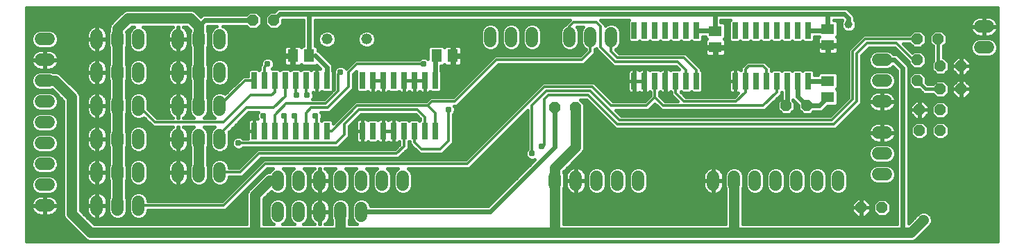
<source format=gbl>
G75*
G70*
%OFA0B0*%
%FSLAX24Y24*%
%IPPOS*%
%LPD*%
%AMOC8*
5,1,8,0,0,1.08239X$1,22.5*
%
%ADD10C,0.0520*%
%ADD11C,0.0600*%
%ADD12OC8,0.0520*%
%ADD13R,0.0260X0.0800*%
%ADD14R,0.0630X0.0512*%
%ADD15R,0.0512X0.0630*%
%ADD16C,0.0500*%
%ADD17C,0.0240*%
%ADD18C,0.0500*%
%ADD19C,0.0160*%
%ADD20C,0.0120*%
%ADD21C,0.0310*%
%ADD22C,0.0396*%
D10*
X014931Y010181D03*
X016831Y010181D03*
D11*
X022781Y010101D02*
X022781Y010461D01*
X023781Y010461D02*
X023781Y010101D01*
X024781Y010101D02*
X024781Y010461D01*
X026581Y010461D02*
X026581Y010101D01*
X027581Y010101D02*
X027581Y010461D01*
X028581Y010461D02*
X028581Y010101D01*
X041401Y009181D02*
X041761Y009181D01*
X041761Y008181D02*
X041401Y008181D01*
X041401Y007181D02*
X041761Y007181D01*
X041761Y005681D02*
X041401Y005681D01*
X041401Y004681D02*
X041761Y004681D01*
X041761Y003681D02*
X041401Y003681D01*
X039481Y003561D02*
X039481Y003201D01*
X038481Y003201D02*
X038481Y003561D01*
X037481Y003561D02*
X037481Y003201D01*
X036481Y003201D02*
X036481Y003561D01*
X035481Y003561D02*
X035481Y003201D01*
X034481Y003201D02*
X034481Y003561D01*
X033481Y003561D02*
X033481Y003201D01*
X029881Y003201D02*
X029881Y003561D01*
X028881Y003561D02*
X028881Y003201D01*
X027881Y003201D02*
X027881Y003561D01*
X026881Y003561D02*
X026881Y003201D01*
X025881Y003201D02*
X025881Y003561D01*
X018581Y003561D02*
X018581Y003201D01*
X017581Y003201D02*
X017581Y003561D01*
X016581Y003561D02*
X016581Y003201D01*
X015581Y003201D02*
X015581Y003561D01*
X014581Y003561D02*
X014581Y003201D01*
X013581Y003201D02*
X013581Y003561D01*
X012581Y003561D02*
X012581Y003201D01*
X009781Y003601D02*
X009781Y003961D01*
X008781Y003961D02*
X008781Y003601D01*
X007781Y003601D02*
X007781Y003961D01*
X005881Y003961D02*
X005881Y003601D01*
X004881Y003601D02*
X004881Y003961D01*
X003881Y003961D02*
X003881Y003601D01*
X001561Y003181D02*
X001201Y003181D01*
X003881Y002361D02*
X003881Y002001D01*
X004881Y002001D02*
X004881Y002361D01*
X005881Y002361D02*
X005881Y002001D01*
X001561Y002181D02*
X001201Y002181D01*
X001201Y004181D02*
X001561Y004181D01*
X001561Y005181D02*
X001201Y005181D01*
X003881Y005201D02*
X003881Y005561D01*
X004881Y005561D02*
X004881Y005201D01*
X005881Y005201D02*
X005881Y005561D01*
X007781Y005561D02*
X007781Y005201D01*
X008781Y005201D02*
X008781Y005561D01*
X009781Y005561D02*
X009781Y005201D01*
X009781Y006801D02*
X009781Y007161D01*
X008781Y007161D02*
X008781Y006801D01*
X007781Y006801D02*
X007781Y007161D01*
X005881Y007161D02*
X005881Y006801D01*
X004881Y006801D02*
X004881Y007161D01*
X003881Y007161D02*
X003881Y006801D01*
X001561Y007181D02*
X001201Y007181D01*
X001201Y006181D02*
X001561Y006181D01*
X001561Y008181D02*
X001201Y008181D01*
X003881Y008401D02*
X003881Y008761D01*
X004881Y008761D02*
X004881Y008401D01*
X005881Y008401D02*
X005881Y008761D01*
X007781Y008761D02*
X007781Y008401D01*
X008781Y008401D02*
X008781Y008761D01*
X009781Y008761D02*
X009781Y008401D01*
X009781Y010001D02*
X009781Y010361D01*
X008781Y010361D02*
X008781Y010001D01*
X007781Y010001D02*
X007781Y010361D01*
X005881Y010361D02*
X005881Y010001D01*
X004881Y010001D02*
X004881Y010361D01*
X003881Y010361D02*
X003881Y010001D01*
X001561Y010181D02*
X001201Y010181D01*
X001201Y009181D02*
X001561Y009181D01*
X012581Y002061D02*
X012581Y001701D01*
X013581Y001701D02*
X013581Y002061D01*
X014581Y002061D02*
X014581Y001701D01*
X015581Y001701D02*
X015581Y002061D01*
X016581Y002061D02*
X016581Y001701D01*
X046301Y009781D02*
X046661Y009781D01*
X046661Y010781D02*
X046301Y010781D01*
D12*
X044281Y010181D03*
X043281Y010181D03*
X043281Y009181D03*
X044381Y008881D03*
X045381Y008881D03*
X043281Y008181D03*
X044381Y007781D03*
X045381Y007781D03*
X044381Y006781D03*
X043381Y006781D03*
X043381Y005781D03*
X044381Y005781D03*
X037981Y006981D03*
X036981Y006981D03*
X026881Y006881D03*
X025881Y006881D03*
X012381Y011081D03*
X011381Y011081D03*
X040581Y002081D03*
X041581Y002081D03*
D13*
X020131Y005771D03*
X019631Y005771D03*
X019131Y005771D03*
X018631Y005771D03*
X018131Y005771D03*
X017631Y005771D03*
X017131Y005771D03*
X016631Y005771D03*
X014931Y005771D03*
X014431Y005771D03*
X013931Y005771D03*
X013431Y005771D03*
X012931Y005771D03*
X012431Y005771D03*
X011931Y005771D03*
X011431Y005771D03*
X011431Y008191D03*
X011931Y008191D03*
X012431Y008191D03*
X012931Y008191D03*
X013431Y008191D03*
X013931Y008191D03*
X014431Y008191D03*
X014931Y008191D03*
X016631Y008191D03*
X017131Y008191D03*
X017631Y008191D03*
X018131Y008191D03*
X018631Y008191D03*
X019131Y008191D03*
X019631Y008191D03*
X020131Y008191D03*
X029681Y008171D03*
X030181Y008171D03*
X030681Y008171D03*
X031181Y008171D03*
X031681Y008171D03*
X032181Y008171D03*
X032681Y008171D03*
X034531Y008171D03*
X035031Y008171D03*
X035531Y008171D03*
X036031Y008171D03*
X036531Y008171D03*
X037031Y008171D03*
X037531Y008171D03*
X038031Y008171D03*
X038031Y010591D03*
X037531Y010591D03*
X037031Y010591D03*
X036531Y010591D03*
X036031Y010591D03*
X035531Y010591D03*
X035031Y010591D03*
X034531Y010591D03*
X032681Y010591D03*
X032181Y010591D03*
X031681Y010591D03*
X031181Y010591D03*
X030681Y010591D03*
X030181Y010591D03*
X029681Y010591D03*
D14*
X033581Y010575D03*
X033581Y009788D03*
X038981Y009888D03*
X038981Y010675D03*
X038981Y008175D03*
X038981Y007388D03*
D15*
X020975Y009381D03*
X020188Y009381D03*
X014075Y009381D03*
X013288Y009381D03*
D16*
X008781Y008581D02*
X008781Y006981D01*
X004881Y006981D02*
X004881Y005381D01*
X004881Y003781D01*
X004881Y002181D01*
X003581Y000881D02*
X002681Y001781D01*
X002681Y007381D01*
X001881Y008181D01*
X001381Y008181D01*
X004881Y008581D02*
X004881Y006981D01*
X004881Y008581D02*
X004881Y010181D01*
X004881Y010681D01*
X005381Y011181D01*
X008381Y011181D01*
X008781Y010781D01*
X008781Y010181D01*
X008781Y008581D01*
X008781Y005381D02*
X008781Y003781D01*
X011481Y002681D02*
X012181Y003381D01*
X012581Y003381D01*
X011481Y002681D02*
X011481Y000881D01*
X003581Y000881D01*
X011481Y000881D02*
X015581Y000881D01*
X015581Y001881D01*
X015581Y000881D02*
X025881Y000881D01*
X025881Y003381D01*
X025881Y003981D01*
X026881Y004981D01*
X026881Y006881D01*
X034481Y003381D02*
X034481Y000981D01*
X034381Y000881D01*
X042581Y000881D01*
X042981Y000881D01*
X043581Y001481D01*
X034381Y000881D02*
X025881Y000881D01*
D17*
X022781Y001881D02*
X016581Y001881D01*
X022781Y001881D02*
X025881Y004981D01*
X025881Y006881D01*
X020131Y008191D02*
X020131Y009325D01*
X014931Y008831D02*
X014931Y008191D01*
X014931Y008831D02*
X014381Y009381D01*
X014075Y009381D02*
X014075Y011375D01*
X014081Y011381D01*
X033481Y011381D01*
X033565Y011298D01*
X033565Y010591D01*
X033581Y010575D01*
X033565Y010591D02*
X032681Y010591D01*
X033481Y011381D02*
X038981Y011381D01*
X039781Y011381D01*
X039981Y011181D01*
X039981Y010881D01*
X038981Y010675D02*
X038898Y010591D01*
X038031Y010591D01*
X038981Y010675D02*
X038981Y011381D01*
X041581Y009181D02*
X042181Y009181D01*
X042581Y008781D01*
X042581Y000881D01*
X038575Y006981D02*
X037981Y006981D01*
X037531Y007431D01*
X037531Y008171D01*
X037031Y008171D02*
X037031Y007031D01*
X036981Y006981D01*
X038575Y006981D02*
X038981Y007388D01*
X038981Y008171D02*
X038031Y008171D01*
X038981Y008171D02*
X038981Y008175D01*
X014081Y011381D02*
X012681Y011381D01*
X012381Y011081D01*
X011381Y011081D02*
X009081Y011081D01*
X008781Y010781D01*
D18*
X043581Y001481D03*
D19*
X000482Y000461D02*
X000482Y011712D01*
X047146Y011712D01*
X047146Y000461D01*
X000482Y000461D01*
X000482Y000499D02*
X003434Y000499D01*
X003500Y000471D02*
X003349Y000534D01*
X003234Y000649D01*
X003234Y000649D01*
X002334Y001549D01*
X002271Y001700D01*
X002271Y001863D01*
X002271Y007212D01*
X001730Y007753D01*
X001653Y007721D01*
X001110Y007721D01*
X000941Y007791D01*
X000811Y007921D01*
X000741Y008090D01*
X000741Y008273D01*
X000811Y008442D01*
X000941Y008571D01*
X001110Y008641D01*
X001653Y008641D01*
X001774Y008591D01*
X001800Y008591D01*
X001963Y008591D01*
X002114Y008529D01*
X003029Y007614D01*
X003091Y007463D01*
X003091Y007300D01*
X003091Y001951D01*
X003751Y001291D01*
X011071Y001291D01*
X011071Y002763D01*
X011134Y002914D01*
X011249Y003029D01*
X011949Y003729D01*
X012100Y003791D01*
X012179Y003791D01*
X012191Y003822D01*
X012321Y003951D01*
X012345Y003961D01*
X012073Y003961D01*
X010073Y001961D01*
X009890Y001961D01*
X006341Y001961D01*
X006341Y001910D01*
X006271Y001741D01*
X006142Y001611D01*
X005973Y001541D01*
X005790Y001541D01*
X005621Y001611D01*
X005491Y001741D01*
X005421Y001910D01*
X005421Y002453D01*
X005491Y002622D01*
X005621Y002751D01*
X005790Y002821D01*
X005973Y002821D01*
X006142Y002751D01*
X006271Y002622D01*
X006341Y002453D01*
X006341Y002401D01*
X009890Y002401D01*
X011890Y004401D01*
X012073Y004401D01*
X021590Y004401D01*
X025161Y007973D01*
X025290Y008101D01*
X027590Y008101D01*
X027773Y008101D01*
X028673Y007201D01*
X030190Y007201D01*
X030461Y007473D01*
X030461Y007635D01*
X030446Y007651D01*
X030422Y007627D01*
X030381Y007604D01*
X030335Y007591D01*
X030182Y007591D01*
X030182Y008171D01*
X030181Y008171D01*
X030181Y007591D01*
X030028Y007591D01*
X029982Y007604D01*
X029941Y007627D01*
X029931Y007637D01*
X029922Y007627D01*
X029881Y007604D01*
X029835Y007591D01*
X029682Y007591D01*
X029682Y008171D01*
X029682Y008172D01*
X029681Y008172D01*
X029681Y008751D01*
X029528Y008751D01*
X029482Y008739D01*
X029441Y008715D01*
X029407Y008682D01*
X029384Y008641D01*
X029371Y008595D01*
X029371Y008172D01*
X029681Y008172D01*
X029681Y008171D01*
X029682Y008171D01*
X029991Y008171D01*
X030181Y008171D01*
X030181Y008172D01*
X030181Y008751D01*
X030028Y008751D01*
X029982Y008739D01*
X029941Y008715D01*
X029931Y008706D01*
X029922Y008715D01*
X029881Y008739D01*
X029835Y008751D01*
X029682Y008751D01*
X029682Y008172D01*
X029991Y008172D01*
X030181Y008172D01*
X030182Y008172D01*
X030182Y008751D01*
X030335Y008751D01*
X030381Y008739D01*
X030422Y008715D01*
X030446Y008692D01*
X030485Y008731D01*
X030878Y008731D01*
X030917Y008692D01*
X030941Y008715D01*
X030982Y008739D01*
X031028Y008751D01*
X031181Y008751D01*
X031181Y008172D01*
X031182Y008172D01*
X031182Y008751D01*
X031335Y008751D01*
X031381Y008739D01*
X031422Y008715D01*
X031446Y008692D01*
X031485Y008731D01*
X031820Y008731D01*
X031690Y008861D01*
X028873Y008861D01*
X028690Y008861D01*
X027990Y009561D01*
X027861Y009690D01*
X027861Y009731D01*
X027842Y009711D01*
X027801Y009695D01*
X027801Y009673D01*
X027801Y009490D01*
X027401Y009090D01*
X027273Y008961D01*
X023173Y008961D01*
X021301Y007090D01*
X021173Y006961D01*
X021047Y006961D01*
X021048Y006960D01*
X021096Y006844D01*
X021096Y006719D01*
X021048Y006603D01*
X021001Y006556D01*
X021001Y005373D01*
X021001Y005190D01*
X020601Y004790D01*
X020473Y004661D01*
X019573Y004661D01*
X019390Y004661D01*
X018911Y005140D01*
X018911Y005235D01*
X018881Y005265D01*
X018851Y005235D01*
X018851Y005123D01*
X018851Y004940D01*
X018373Y004461D01*
X018190Y004461D01*
X011773Y004461D01*
X010873Y003561D01*
X010690Y003561D01*
X010241Y003561D01*
X010241Y003510D01*
X010171Y003341D01*
X010042Y003211D01*
X009873Y003141D01*
X009690Y003141D01*
X009521Y003211D01*
X009391Y003341D01*
X009321Y003510D01*
X009321Y004053D01*
X009391Y004222D01*
X009521Y004351D01*
X009690Y004421D01*
X009873Y004421D01*
X010042Y004351D01*
X010171Y004222D01*
X010241Y004053D01*
X010241Y004001D01*
X010690Y004001D01*
X011461Y004773D01*
X011590Y004901D01*
X018190Y004901D01*
X018411Y005123D01*
X018411Y005235D01*
X018396Y005251D01*
X018372Y005227D01*
X018331Y005204D01*
X018285Y005191D01*
X018132Y005191D01*
X018132Y005771D01*
X018131Y005771D01*
X018131Y005191D01*
X017978Y005191D01*
X017932Y005204D01*
X017891Y005227D01*
X017881Y005237D01*
X017872Y005227D01*
X017831Y005204D01*
X017785Y005191D01*
X017632Y005191D01*
X017632Y005771D01*
X017632Y005772D01*
X017631Y005772D01*
X017631Y006351D01*
X017478Y006351D01*
X017432Y006339D01*
X017391Y006315D01*
X017367Y006292D01*
X017328Y006331D01*
X016935Y006331D01*
X016896Y006292D01*
X016872Y006315D01*
X016831Y006339D01*
X016785Y006351D01*
X016632Y006351D01*
X016632Y005772D01*
X016631Y005772D01*
X016631Y006351D01*
X016478Y006351D01*
X016432Y006339D01*
X016391Y006315D01*
X016357Y006282D01*
X016334Y006241D01*
X016321Y006195D01*
X016321Y005772D01*
X016631Y005772D01*
X016631Y005771D01*
X016632Y005771D01*
X016632Y005191D01*
X016785Y005191D01*
X016831Y005204D01*
X016872Y005227D01*
X016896Y005251D01*
X016935Y005211D01*
X017328Y005211D01*
X017367Y005251D01*
X017391Y005227D01*
X017432Y005204D01*
X017478Y005191D01*
X017631Y005191D01*
X017631Y005771D01*
X017632Y005771D01*
X017941Y005771D01*
X018131Y005771D01*
X018131Y005772D01*
X018131Y006351D01*
X017978Y006351D01*
X017932Y006339D01*
X017891Y006315D01*
X017881Y006306D01*
X017872Y006315D01*
X017831Y006339D01*
X017785Y006351D01*
X017632Y006351D01*
X017632Y005772D01*
X017941Y005772D01*
X018131Y005772D01*
X018132Y005772D01*
X018132Y006351D01*
X018285Y006351D01*
X018331Y006339D01*
X018372Y006315D01*
X018396Y006292D01*
X018435Y006331D01*
X018828Y006331D01*
X018881Y006278D01*
X018935Y006331D01*
X019328Y006331D01*
X019381Y006278D01*
X019411Y006308D01*
X019411Y006340D01*
X019190Y006561D01*
X016573Y006561D01*
X016001Y005990D01*
X016001Y005490D01*
X015873Y005361D01*
X015601Y005090D01*
X015601Y005090D01*
X015473Y004961D01*
X010907Y004961D01*
X010860Y004914D01*
X010744Y004866D01*
X010619Y004866D01*
X010503Y004914D01*
X010414Y005003D01*
X010366Y005119D01*
X010366Y005244D01*
X010414Y005360D01*
X010503Y005448D01*
X010619Y005496D01*
X010744Y005496D01*
X010860Y005448D01*
X010907Y005401D01*
X011121Y005401D01*
X011121Y005771D01*
X011431Y005771D01*
X011431Y005772D01*
X011431Y006351D01*
X011278Y006351D01*
X011232Y006339D01*
X011191Y006315D01*
X011157Y006282D01*
X011134Y006241D01*
X011121Y006195D01*
X011121Y005772D01*
X011431Y005772D01*
X011432Y005772D01*
X011432Y006351D01*
X011585Y006351D01*
X011596Y006349D01*
X011566Y006419D01*
X011566Y006544D01*
X011614Y006660D01*
X011616Y006661D01*
X011173Y006661D01*
X010219Y005708D01*
X010241Y005653D01*
X010241Y005110D01*
X010171Y004941D01*
X010042Y004811D01*
X009873Y004741D01*
X009690Y004741D01*
X009521Y004811D01*
X009391Y004941D01*
X009321Y005110D01*
X009321Y005653D01*
X009391Y005822D01*
X009521Y005951D01*
X009545Y005961D01*
X009018Y005961D01*
X009042Y005951D01*
X009171Y005822D01*
X009241Y005653D01*
X009241Y005110D01*
X009191Y004989D01*
X009191Y004174D01*
X009241Y004053D01*
X009241Y003510D01*
X009171Y003341D01*
X009042Y003211D01*
X008873Y003141D01*
X008690Y003141D01*
X008521Y003211D01*
X008391Y003341D01*
X008321Y003510D01*
X008321Y004053D01*
X008371Y004174D01*
X008371Y004989D01*
X008321Y005110D01*
X008321Y005653D01*
X008391Y005822D01*
X008521Y005951D01*
X008545Y005961D01*
X008047Y005961D01*
X008094Y005928D01*
X008148Y005874D01*
X008192Y005813D01*
X008226Y005746D01*
X008250Y005674D01*
X008261Y005599D01*
X008261Y005401D01*
X007802Y005401D01*
X007802Y005361D01*
X008261Y005361D01*
X008261Y005164D01*
X008250Y005089D01*
X008226Y005017D01*
X008192Y004950D01*
X008148Y004889D01*
X008094Y004835D01*
X008033Y004791D01*
X007966Y004757D01*
X007894Y004733D01*
X007819Y004721D01*
X007801Y004721D01*
X007801Y005361D01*
X007761Y005361D01*
X007761Y004721D01*
X007744Y004721D01*
X007669Y004733D01*
X007597Y004757D01*
X007530Y004791D01*
X007469Y004835D01*
X007415Y004889D01*
X007371Y004950D01*
X007337Y005017D01*
X007313Y005089D01*
X007301Y005164D01*
X007301Y005361D01*
X007761Y005361D01*
X007761Y005401D01*
X007301Y005401D01*
X007301Y005599D01*
X007313Y005674D01*
X007337Y005746D01*
X007371Y005813D01*
X007415Y005874D01*
X007469Y005928D01*
X007515Y005961D01*
X006773Y005961D01*
X006590Y005961D01*
X006141Y006411D01*
X005973Y006341D01*
X005790Y006341D01*
X005621Y006411D01*
X005491Y006541D01*
X005421Y006710D01*
X005421Y007253D01*
X005491Y007422D01*
X005621Y007551D01*
X005790Y007621D01*
X005973Y007621D01*
X006142Y007551D01*
X006271Y007422D01*
X006341Y007253D01*
X006341Y006832D01*
X006773Y006401D01*
X007515Y006401D01*
X007469Y006435D01*
X007415Y006489D01*
X007371Y006550D01*
X007337Y006617D01*
X007313Y006689D01*
X007301Y006764D01*
X007301Y006961D01*
X007761Y006961D01*
X007761Y007001D01*
X007301Y007001D01*
X007301Y007199D01*
X007313Y007274D01*
X007337Y007346D01*
X007371Y007413D01*
X007415Y007474D01*
X007469Y007528D01*
X007530Y007572D01*
X007597Y007606D01*
X007669Y007630D01*
X007744Y007641D01*
X007761Y007641D01*
X007761Y007002D01*
X007801Y007002D01*
X007801Y007641D01*
X007819Y007641D01*
X007894Y007630D01*
X007966Y007606D01*
X008033Y007572D01*
X008094Y007528D01*
X008148Y007474D01*
X008192Y007413D01*
X008226Y007346D01*
X008250Y007274D01*
X008261Y007199D01*
X008261Y007001D01*
X007802Y007001D01*
X007802Y006961D01*
X008261Y006961D01*
X008261Y006764D01*
X008250Y006689D01*
X008226Y006617D01*
X008192Y006550D01*
X008148Y006489D01*
X008094Y006435D01*
X008047Y006401D01*
X008545Y006401D01*
X008521Y006411D01*
X008391Y006541D01*
X008321Y006710D01*
X008321Y007253D01*
X008371Y007374D01*
X008371Y008189D01*
X008321Y008310D01*
X008321Y008853D01*
X008371Y008974D01*
X008371Y009789D01*
X008321Y009910D01*
X008321Y010453D01*
X008371Y010574D01*
X008371Y010612D01*
X008212Y010771D01*
X008034Y010771D01*
X008094Y010728D01*
X008148Y010674D01*
X008192Y010613D01*
X008226Y010546D01*
X008250Y010474D01*
X008261Y010399D01*
X008261Y010201D01*
X007802Y010201D01*
X007802Y010161D01*
X008261Y010161D01*
X008261Y009964D01*
X008250Y009889D01*
X008226Y009817D01*
X008192Y009750D01*
X008148Y009689D01*
X008094Y009635D01*
X008033Y009591D01*
X007966Y009557D01*
X007894Y009533D01*
X007819Y009521D01*
X007801Y009521D01*
X007801Y010161D01*
X007761Y010161D01*
X007761Y009521D01*
X007744Y009521D01*
X007669Y009533D01*
X007597Y009557D01*
X007530Y009591D01*
X007469Y009635D01*
X007415Y009689D01*
X007371Y009750D01*
X007337Y009817D01*
X007313Y009889D01*
X007301Y009964D01*
X007301Y010161D01*
X007761Y010161D01*
X007761Y010201D01*
X007301Y010201D01*
X007301Y010399D01*
X007313Y010474D01*
X007337Y010546D01*
X007371Y010613D01*
X007415Y010674D01*
X007469Y010728D01*
X007529Y010771D01*
X006093Y010771D01*
X006142Y010751D01*
X006271Y010622D01*
X006341Y010453D01*
X006341Y009910D01*
X006271Y009741D01*
X006142Y009611D01*
X005973Y009541D01*
X005790Y009541D01*
X005621Y009611D01*
X005491Y009741D01*
X005421Y009910D01*
X005421Y010453D01*
X005491Y010622D01*
X005621Y010751D01*
X005669Y010771D01*
X005551Y010771D01*
X005310Y010530D01*
X005341Y010453D01*
X005341Y009910D01*
X005291Y009789D01*
X005291Y008974D01*
X005341Y008853D01*
X005341Y008310D01*
X005291Y008189D01*
X005291Y007374D01*
X005341Y007253D01*
X005341Y006710D01*
X005291Y006589D01*
X005291Y005774D01*
X005341Y005653D01*
X005341Y005110D01*
X005291Y004989D01*
X005291Y004174D01*
X005341Y004053D01*
X005341Y003510D01*
X005291Y003389D01*
X005291Y002574D01*
X005341Y002453D01*
X005341Y001910D01*
X005271Y001741D01*
X005142Y001611D01*
X004973Y001541D01*
X004790Y001541D01*
X004621Y001611D01*
X004491Y001741D01*
X004421Y001910D01*
X004421Y002453D01*
X004471Y002574D01*
X004471Y003389D01*
X004421Y003510D01*
X004421Y004053D01*
X004471Y004174D01*
X004471Y004989D01*
X004421Y005110D01*
X004421Y005653D01*
X004471Y005774D01*
X004471Y006589D01*
X004421Y006710D01*
X004421Y007253D01*
X004471Y007374D01*
X004471Y008189D01*
X004421Y008310D01*
X004421Y008853D01*
X004471Y008974D01*
X004471Y009789D01*
X004421Y009910D01*
X004421Y010453D01*
X004471Y010574D01*
X004471Y010600D01*
X004471Y010763D01*
X004534Y010914D01*
X005034Y011414D01*
X005149Y011529D01*
X005300Y011591D01*
X008300Y011591D01*
X008463Y011591D01*
X008614Y011529D01*
X008873Y011269D01*
X008923Y011319D01*
X009026Y011361D01*
X009137Y011361D01*
X011067Y011361D01*
X011207Y011501D01*
X011555Y011501D01*
X011801Y011255D01*
X011801Y010907D01*
X011555Y010661D01*
X011207Y010661D01*
X011067Y010801D01*
X009921Y010801D01*
X010042Y010751D01*
X010171Y010622D01*
X010241Y010453D01*
X010241Y009910D01*
X010171Y009741D01*
X010042Y009611D01*
X009873Y009541D01*
X009690Y009541D01*
X009521Y009611D01*
X009391Y009741D01*
X009321Y009910D01*
X009321Y010453D01*
X009391Y010622D01*
X009521Y010751D01*
X009642Y010801D01*
X009197Y010801D01*
X009191Y010795D01*
X009191Y010574D01*
X009241Y010453D01*
X009241Y009910D01*
X009191Y009789D01*
X009191Y008974D01*
X009241Y008853D01*
X009241Y008310D01*
X009191Y008189D01*
X009191Y007374D01*
X009241Y007253D01*
X009241Y006710D01*
X009171Y006541D01*
X009042Y006411D01*
X009018Y006401D01*
X009545Y006401D01*
X009521Y006411D01*
X009391Y006541D01*
X009321Y006710D01*
X009321Y007253D01*
X009391Y007422D01*
X009521Y007551D01*
X009690Y007621D01*
X009873Y007621D01*
X010041Y007552D01*
X010900Y008411D01*
X011083Y008411D01*
X011141Y008411D01*
X011141Y008658D01*
X011235Y008751D01*
X011628Y008751D01*
X011681Y008698D01*
X011711Y008728D01*
X011711Y008740D01*
X011711Y008923D01*
X011766Y008978D01*
X011766Y009044D01*
X011814Y009160D01*
X011903Y009248D01*
X012019Y009296D01*
X012144Y009296D01*
X012260Y009248D01*
X012348Y009160D01*
X012396Y009044D01*
X012396Y008919D01*
X012348Y008803D01*
X012297Y008751D01*
X012628Y008751D01*
X012681Y008698D01*
X012735Y008751D01*
X013128Y008751D01*
X013181Y008698D01*
X013235Y008751D01*
X013628Y008751D01*
X013681Y008698D01*
X013735Y008751D01*
X014128Y008751D01*
X014167Y008712D01*
X014191Y008735D01*
X014232Y008759D01*
X014278Y008771D01*
X014431Y008771D01*
X014431Y008192D01*
X014432Y008192D01*
X014432Y008771D01*
X014585Y008771D01*
X014599Y008768D01*
X014429Y008938D01*
X014397Y008906D01*
X013753Y008906D01*
X013693Y008966D01*
X013688Y008956D01*
X013654Y008922D01*
X013613Y008899D01*
X013567Y008886D01*
X013336Y008886D01*
X013336Y009333D01*
X013240Y009333D01*
X013240Y008886D01*
X013008Y008886D01*
X012962Y008899D01*
X012921Y008922D01*
X012888Y008956D01*
X012864Y008997D01*
X012852Y009043D01*
X012852Y009333D01*
X013239Y009333D01*
X013239Y009429D01*
X012852Y009429D01*
X012852Y009720D01*
X012864Y009766D01*
X012888Y009807D01*
X012921Y009840D01*
X012962Y009864D01*
X013008Y009876D01*
X013240Y009876D01*
X013240Y009430D01*
X013336Y009430D01*
X013336Y009876D01*
X013567Y009876D01*
X013613Y009864D01*
X013654Y009840D01*
X013688Y009807D01*
X013693Y009797D01*
X013753Y009856D01*
X013795Y009856D01*
X013795Y011101D01*
X012801Y011101D01*
X012801Y010907D01*
X012555Y010661D01*
X012207Y010661D01*
X011961Y010907D01*
X011961Y011255D01*
X012207Y011501D01*
X012405Y011501D01*
X012444Y011540D01*
X012444Y011540D01*
X012523Y011619D01*
X012626Y011661D01*
X014026Y011661D01*
X014137Y011661D01*
X033426Y011661D01*
X033537Y011661D01*
X038926Y011661D01*
X039837Y011661D01*
X039940Y011619D01*
X040019Y011540D01*
X040219Y011340D01*
X040261Y011237D01*
X040261Y011126D01*
X040261Y011108D01*
X040285Y011084D01*
X040339Y010953D01*
X040339Y010810D01*
X040285Y010679D01*
X040184Y010578D01*
X040053Y010523D01*
X039910Y010523D01*
X039779Y010578D01*
X039678Y010679D01*
X039623Y010810D01*
X039623Y010953D01*
X039678Y011084D01*
X039680Y011087D01*
X039665Y011101D01*
X039261Y011101D01*
X039261Y011091D01*
X039363Y011091D01*
X039456Y010997D01*
X039456Y010353D01*
X039397Y010293D01*
X039407Y010288D01*
X039440Y010254D01*
X039464Y010213D01*
X039476Y010167D01*
X039476Y009936D01*
X039030Y009936D01*
X039030Y009840D01*
X039476Y009840D01*
X039476Y009608D01*
X039464Y009562D01*
X039440Y009521D01*
X039407Y009488D01*
X039366Y009464D01*
X039320Y009452D01*
X039029Y009452D01*
X039029Y009839D01*
X038933Y009839D01*
X038933Y009452D01*
X038643Y009452D01*
X038597Y009464D01*
X038556Y009488D01*
X038522Y009521D01*
X038499Y009562D01*
X038486Y009608D01*
X038486Y009840D01*
X038933Y009840D01*
X038933Y009936D01*
X038486Y009936D01*
X038486Y010167D01*
X038499Y010213D01*
X038522Y010254D01*
X038556Y010288D01*
X038566Y010293D01*
X038548Y010311D01*
X038321Y010311D01*
X038321Y010125D01*
X038228Y010031D01*
X037835Y010031D01*
X037781Y010085D01*
X037728Y010031D01*
X037335Y010031D01*
X037281Y010085D01*
X037228Y010031D01*
X036835Y010031D01*
X036781Y010085D01*
X036728Y010031D01*
X036335Y010031D01*
X036281Y010085D01*
X036228Y010031D01*
X035835Y010031D01*
X035781Y010085D01*
X035728Y010031D01*
X035335Y010031D01*
X035281Y010085D01*
X035228Y010031D01*
X034835Y010031D01*
X034781Y010085D01*
X034728Y010031D01*
X034335Y010031D01*
X034241Y010125D01*
X034241Y011058D01*
X034285Y011101D01*
X033845Y011101D01*
X033845Y010991D01*
X033963Y010991D01*
X034056Y010897D01*
X034056Y010253D01*
X033997Y010193D01*
X034007Y010188D01*
X034040Y010154D01*
X034064Y010113D01*
X034076Y010067D01*
X034076Y009836D01*
X033630Y009836D01*
X033630Y009740D01*
X034076Y009740D01*
X034076Y009508D01*
X034064Y009462D01*
X034040Y009421D01*
X034007Y009388D01*
X033966Y009364D01*
X033920Y009352D01*
X033629Y009352D01*
X033629Y009739D01*
X033533Y009739D01*
X033533Y009352D01*
X033243Y009352D01*
X033197Y009364D01*
X033156Y009388D01*
X033122Y009421D01*
X033099Y009462D01*
X033086Y009508D01*
X033086Y009740D01*
X033533Y009740D01*
X033533Y009836D01*
X033086Y009836D01*
X033086Y010067D01*
X033099Y010113D01*
X033122Y010154D01*
X033156Y010188D01*
X033166Y010193D01*
X033106Y010253D01*
X033106Y010311D01*
X032971Y010311D01*
X032971Y010125D01*
X032878Y010031D01*
X032485Y010031D01*
X032431Y010085D01*
X032378Y010031D01*
X031985Y010031D01*
X031931Y010085D01*
X031878Y010031D01*
X031485Y010031D01*
X031431Y010085D01*
X031378Y010031D01*
X030985Y010031D01*
X030931Y010085D01*
X030878Y010031D01*
X030485Y010031D01*
X030431Y010085D01*
X030378Y010031D01*
X029985Y010031D01*
X029931Y010085D01*
X029878Y010031D01*
X029485Y010031D01*
X029391Y010125D01*
X029391Y011058D01*
X029435Y011101D01*
X028072Y011101D01*
X028101Y011073D01*
X028301Y010873D01*
X028301Y010832D01*
X028321Y010851D01*
X028490Y010921D01*
X028673Y010921D01*
X028842Y010851D01*
X028971Y010722D01*
X029041Y010553D01*
X029041Y010010D01*
X028971Y009841D01*
X028842Y009711D01*
X028801Y009695D01*
X028801Y009673D01*
X028973Y009501D01*
X031990Y009501D01*
X032173Y009501D01*
X032772Y008901D01*
X032773Y008901D01*
X034890Y008901D01*
X034961Y008973D02*
X034811Y008823D01*
X034811Y008708D01*
X034796Y008692D01*
X034772Y008715D01*
X034731Y008739D01*
X034685Y008751D01*
X034532Y008751D01*
X034532Y008172D01*
X034531Y008172D01*
X034531Y008751D01*
X034378Y008751D01*
X034332Y008739D01*
X034291Y008715D01*
X034257Y008682D01*
X034234Y008641D01*
X034221Y008595D01*
X034221Y008172D01*
X034531Y008172D01*
X034531Y008171D01*
X034532Y008171D01*
X034532Y007591D01*
X034680Y007591D01*
X034490Y007401D01*
X032173Y007401D01*
X031920Y007654D01*
X031931Y007665D01*
X031985Y007611D01*
X032378Y007611D01*
X032431Y007665D01*
X032485Y007611D01*
X032878Y007611D01*
X032971Y007705D01*
X032971Y008638D01*
X032901Y008708D01*
X032901Y008773D01*
X032773Y008901D01*
X032901Y008743D02*
X034346Y008743D01*
X034531Y008743D02*
X034532Y008743D01*
X034717Y008743D02*
X034811Y008743D01*
X034961Y008973D02*
X035090Y009101D01*
X035973Y009101D01*
X036101Y008973D01*
X036251Y008823D01*
X036251Y008708D01*
X036281Y008678D01*
X036335Y008731D01*
X036728Y008731D01*
X036781Y008678D01*
X036835Y008731D01*
X037228Y008731D01*
X037281Y008678D01*
X037335Y008731D01*
X037728Y008731D01*
X037781Y008678D01*
X037835Y008731D01*
X038228Y008731D01*
X038321Y008638D01*
X038321Y008451D01*
X038506Y008451D01*
X038506Y008497D01*
X038600Y008591D01*
X039363Y008591D01*
X039456Y008497D01*
X039456Y007853D01*
X039385Y007781D01*
X039456Y007710D01*
X039456Y007066D01*
X039363Y006972D01*
X038961Y006972D01*
X038734Y006744D01*
X038631Y006701D01*
X038519Y006701D01*
X038295Y006701D01*
X038155Y006561D01*
X037807Y006561D01*
X037561Y006807D01*
X037561Y007005D01*
X037311Y007256D01*
X037311Y007245D01*
X037401Y007155D01*
X037401Y006807D01*
X037155Y006561D01*
X036807Y006561D01*
X036561Y006807D01*
X036561Y007155D01*
X036751Y007345D01*
X036751Y007635D01*
X036751Y007635D01*
X036751Y007540D01*
X035973Y006761D01*
X035790Y006761D01*
X030990Y006761D01*
X030861Y006890D01*
X030681Y007070D01*
X030373Y006761D01*
X030190Y006761D01*
X028812Y006761D01*
X029073Y006501D01*
X039090Y006501D01*
X039961Y007373D01*
X039961Y009673D01*
X040090Y009801D01*
X040690Y010401D01*
X040873Y010401D01*
X042907Y010401D01*
X043107Y010601D01*
X043455Y010601D01*
X043701Y010355D01*
X043701Y010007D01*
X043455Y009761D01*
X043107Y009761D01*
X042907Y009961D01*
X042612Y009961D01*
X043040Y009534D01*
X043107Y009601D01*
X043455Y009601D01*
X043701Y009355D01*
X043701Y009007D01*
X043455Y008761D01*
X043107Y008761D01*
X042861Y009007D01*
X042861Y009090D01*
X042190Y009761D01*
X040973Y009761D01*
X040601Y009390D01*
X040601Y007090D01*
X040473Y006961D01*
X039373Y005861D01*
X039190Y005861D01*
X028790Y005861D01*
X028661Y005990D01*
X027390Y007261D01*
X027095Y007261D01*
X027301Y007055D01*
X027301Y006707D01*
X027291Y006697D01*
X027291Y004900D01*
X027229Y004749D01*
X027114Y004634D01*
X026291Y003812D01*
X026291Y003774D01*
X026341Y003653D01*
X026341Y003110D01*
X026291Y002989D01*
X026291Y001291D01*
X034071Y001291D01*
X034071Y002989D01*
X034021Y003110D01*
X034021Y003653D01*
X034091Y003822D01*
X034221Y003951D01*
X034390Y004021D01*
X034573Y004021D01*
X034742Y003951D01*
X034871Y003822D01*
X034941Y003653D01*
X034941Y003110D01*
X034891Y002989D01*
X034891Y001291D01*
X042301Y001291D01*
X042301Y008665D01*
X042099Y008868D01*
X042022Y008791D01*
X041853Y008721D01*
X041310Y008721D01*
X041141Y008791D01*
X041011Y008921D01*
X040941Y009090D01*
X040941Y009273D01*
X041011Y009442D01*
X041141Y009571D01*
X041310Y009641D01*
X041853Y009641D01*
X042022Y009571D01*
X042132Y009461D01*
X042237Y009461D01*
X042340Y009419D01*
X042740Y009019D01*
X042740Y009019D01*
X042819Y008940D01*
X042861Y008837D01*
X042861Y001341D01*
X043234Y001714D01*
X043349Y001829D01*
X043500Y001891D01*
X043663Y001891D01*
X043814Y001829D01*
X043929Y001714D01*
X043991Y001563D01*
X043991Y001400D01*
X043929Y001249D01*
X043814Y001134D01*
X043214Y000534D01*
X043063Y000471D01*
X042900Y000471D01*
X042500Y000471D01*
X034463Y000471D01*
X034300Y000471D01*
X025963Y000471D01*
X015663Y000471D01*
X011563Y000471D01*
X011400Y000471D01*
X003500Y000471D01*
X003226Y000657D02*
X000482Y000657D01*
X000482Y000816D02*
X003067Y000816D01*
X002909Y000974D02*
X000482Y000974D01*
X000482Y001133D02*
X002750Y001133D01*
X002592Y001291D02*
X000482Y001291D01*
X000482Y001450D02*
X002433Y001450D01*
X002309Y001608D02*
X000482Y001608D01*
X000950Y001771D02*
X001017Y001737D01*
X001089Y001713D01*
X001164Y001701D01*
X001361Y001701D01*
X001361Y002161D01*
X001401Y002161D01*
X001401Y001701D01*
X001599Y001701D01*
X001674Y001713D01*
X001746Y001737D01*
X001813Y001771D01*
X001874Y001815D01*
X001928Y001869D01*
X001972Y001930D01*
X002006Y001997D01*
X002030Y002069D01*
X002041Y002144D01*
X002041Y002161D01*
X001402Y002161D01*
X001402Y002201D01*
X002041Y002201D01*
X002041Y002219D01*
X002030Y002294D01*
X002006Y002366D01*
X001972Y002433D01*
X001928Y002494D01*
X001874Y002548D01*
X001813Y002592D01*
X001746Y002626D01*
X001674Y002650D01*
X001599Y002661D01*
X001401Y002661D01*
X001401Y002202D01*
X001361Y002202D01*
X001361Y002661D01*
X001164Y002661D01*
X001089Y002650D01*
X001017Y002626D01*
X000950Y002592D01*
X000889Y002548D01*
X000835Y002494D01*
X000791Y002433D01*
X000757Y002366D01*
X000733Y002294D01*
X000721Y002219D01*
X000721Y002201D01*
X001361Y002201D01*
X001361Y002161D01*
X000721Y002161D01*
X000721Y002144D01*
X000733Y002069D01*
X000757Y001997D01*
X000791Y001930D01*
X000835Y001869D01*
X000889Y001815D01*
X000950Y001771D01*
X000958Y001767D02*
X000482Y001767D01*
X000482Y001925D02*
X000794Y001925D01*
X000731Y002084D02*
X000482Y002084D01*
X000482Y002242D02*
X000725Y002242D01*
X001361Y002242D02*
X001401Y002242D01*
X001401Y002084D02*
X001361Y002084D01*
X001361Y001925D02*
X001401Y001925D01*
X001401Y001767D02*
X001361Y001767D01*
X001805Y001767D02*
X002271Y001767D01*
X002271Y001925D02*
X001969Y001925D01*
X002032Y002084D02*
X002271Y002084D01*
X002271Y002242D02*
X002038Y002242D01*
X001988Y002401D02*
X002271Y002401D01*
X002271Y002560D02*
X001858Y002560D01*
X001822Y002791D02*
X001653Y002721D01*
X001110Y002721D01*
X000941Y002791D01*
X000811Y002921D01*
X000741Y003090D01*
X000741Y003273D01*
X000811Y003442D01*
X000941Y003571D01*
X001110Y003641D01*
X001653Y003641D01*
X001822Y003571D01*
X001951Y003442D01*
X002021Y003273D01*
X002021Y003090D01*
X001951Y002921D01*
X001822Y002791D01*
X001907Y002877D02*
X002271Y002877D01*
X002271Y003035D02*
X001999Y003035D01*
X002021Y003194D02*
X002271Y003194D01*
X002271Y003352D02*
X001989Y003352D01*
X001882Y003511D02*
X002271Y003511D01*
X002271Y003669D02*
X000482Y003669D01*
X000482Y003511D02*
X000880Y003511D01*
X000941Y003791D02*
X001110Y003721D01*
X001653Y003721D01*
X001822Y003791D01*
X001951Y003921D01*
X002021Y004090D01*
X002021Y004273D01*
X001951Y004442D01*
X001822Y004571D01*
X001653Y004641D01*
X001110Y004641D01*
X000941Y004571D01*
X000811Y004442D01*
X000741Y004273D01*
X000741Y004090D01*
X000811Y003921D01*
X000941Y003791D01*
X000904Y003828D02*
X000482Y003828D01*
X000482Y003986D02*
X000784Y003986D01*
X000741Y004145D02*
X000482Y004145D01*
X000482Y004304D02*
X000754Y004304D01*
X000832Y004462D02*
X000482Y004462D01*
X000482Y004621D02*
X001060Y004621D01*
X001110Y004721D02*
X000941Y004791D01*
X000811Y004921D01*
X000741Y005090D01*
X000741Y005273D01*
X000811Y005442D01*
X000941Y005571D01*
X001110Y005641D01*
X001653Y005641D01*
X001822Y005571D01*
X001951Y005442D01*
X002021Y005273D01*
X002021Y005090D01*
X001951Y004921D01*
X001822Y004791D01*
X001653Y004721D01*
X001110Y004721D01*
X000970Y004779D02*
X000482Y004779D01*
X000482Y004938D02*
X000804Y004938D01*
X000741Y005096D02*
X000482Y005096D01*
X000482Y005255D02*
X000741Y005255D01*
X000800Y005413D02*
X000482Y005413D01*
X000482Y005572D02*
X000942Y005572D01*
X001088Y005730D02*
X000482Y005730D01*
X000811Y005921D02*
X000941Y005791D01*
X001110Y005721D01*
X001653Y005721D01*
X001822Y005791D01*
X001951Y005921D01*
X002021Y006090D01*
X002021Y006273D01*
X001951Y006442D01*
X001822Y006571D01*
X001653Y006641D01*
X001110Y006641D01*
X000941Y006571D01*
X000811Y006442D01*
X000741Y006273D01*
X000741Y006090D01*
X000811Y005921D01*
X000843Y005889D02*
X000482Y005889D01*
X000482Y006048D02*
X000759Y006048D01*
X000741Y006206D02*
X000482Y006206D01*
X000482Y006365D02*
X000779Y006365D01*
X000893Y006523D02*
X000482Y006523D01*
X000482Y006682D02*
X002271Y006682D01*
X002271Y006840D02*
X001871Y006840D01*
X001822Y006791D02*
X001951Y006921D01*
X002021Y007090D01*
X002021Y007273D01*
X001951Y007442D01*
X001822Y007571D01*
X001653Y007641D01*
X001110Y007641D01*
X000941Y007571D01*
X000811Y007442D01*
X000741Y007273D01*
X000741Y007090D01*
X000811Y006921D01*
X000941Y006791D01*
X001110Y006721D01*
X001653Y006721D01*
X001822Y006791D01*
X001984Y006999D02*
X002271Y006999D01*
X002271Y007157D02*
X002021Y007157D01*
X002004Y007316D02*
X002167Y007316D01*
X002009Y007474D02*
X001919Y007474D01*
X001850Y007633D02*
X001673Y007633D01*
X001090Y007633D02*
X000482Y007633D01*
X000482Y007791D02*
X000941Y007791D01*
X000799Y007950D02*
X000482Y007950D01*
X000482Y008109D02*
X000741Y008109D01*
X000741Y008267D02*
X000482Y008267D01*
X000482Y008426D02*
X000805Y008426D01*
X000972Y008584D02*
X000482Y008584D01*
X001017Y008737D02*
X001089Y008713D01*
X001164Y008701D01*
X001361Y008701D01*
X001361Y009161D01*
X001401Y009161D01*
X001401Y008701D01*
X001599Y008701D01*
X001674Y008713D01*
X001746Y008737D01*
X001813Y008771D01*
X001874Y008815D01*
X001928Y008869D01*
X001972Y008930D01*
X002006Y008997D01*
X002030Y009069D01*
X002041Y009144D01*
X002041Y009161D01*
X001402Y009161D01*
X001402Y009201D01*
X002041Y009201D01*
X002041Y009219D01*
X002030Y009294D01*
X002006Y009366D01*
X001972Y009433D01*
X001928Y009494D01*
X001874Y009548D01*
X001813Y009592D01*
X001746Y009626D01*
X001674Y009650D01*
X001599Y009661D01*
X001401Y009661D01*
X001401Y009202D01*
X001361Y009202D01*
X001361Y009661D01*
X001164Y009661D01*
X001089Y009650D01*
X001017Y009626D01*
X000950Y009592D01*
X000889Y009548D01*
X000835Y009494D01*
X000791Y009433D01*
X000757Y009366D01*
X000733Y009294D01*
X000721Y009219D01*
X000721Y009201D01*
X001361Y009201D01*
X001361Y009161D01*
X000721Y009161D01*
X000721Y009144D01*
X000733Y009069D01*
X000757Y008997D01*
X000791Y008930D01*
X000835Y008869D01*
X000889Y008815D01*
X000950Y008771D01*
X001017Y008737D01*
X001005Y008743D02*
X000482Y008743D01*
X000482Y008901D02*
X000812Y008901D01*
X000736Y009060D02*
X000482Y009060D01*
X000482Y009218D02*
X000721Y009218D01*
X001361Y009218D02*
X001401Y009218D01*
X001401Y009060D02*
X001361Y009060D01*
X001361Y008901D02*
X001401Y008901D01*
X001401Y008743D02*
X001361Y008743D01*
X001758Y008743D02*
X003401Y008743D01*
X003401Y008799D02*
X003401Y008601D01*
X003861Y008601D01*
X003861Y008561D01*
X003901Y008561D01*
X003901Y007921D01*
X003919Y007921D01*
X003994Y007933D01*
X004066Y007957D01*
X004133Y007991D01*
X004194Y008035D01*
X004248Y008089D01*
X004292Y008150D01*
X004326Y008217D01*
X004350Y008289D01*
X004361Y008364D01*
X004361Y008561D01*
X003902Y008561D01*
X003902Y008601D01*
X004361Y008601D01*
X004361Y008799D01*
X004350Y008874D01*
X004326Y008946D01*
X004292Y009013D01*
X004248Y009074D01*
X004194Y009128D01*
X004133Y009172D01*
X004066Y009206D01*
X003994Y009230D01*
X003919Y009241D01*
X003901Y009241D01*
X003901Y008602D01*
X003861Y008602D01*
X003861Y009241D01*
X003844Y009241D01*
X003769Y009230D01*
X003697Y009206D01*
X003630Y009172D01*
X003569Y009128D01*
X003515Y009074D01*
X003471Y009013D01*
X003437Y008946D01*
X003413Y008874D01*
X003401Y008799D01*
X003422Y008901D02*
X001951Y008901D01*
X002027Y009060D02*
X003505Y009060D01*
X003735Y009218D02*
X002041Y009218D01*
X002001Y009377D02*
X004471Y009377D01*
X004471Y009535D02*
X004001Y009535D01*
X003994Y009533D02*
X004066Y009557D01*
X004133Y009591D01*
X004194Y009635D01*
X004248Y009689D01*
X004292Y009750D01*
X004326Y009817D01*
X004350Y009889D01*
X004361Y009964D01*
X004361Y010161D01*
X003902Y010161D01*
X003902Y010201D01*
X004361Y010201D01*
X004361Y010399D01*
X004350Y010474D01*
X004326Y010546D01*
X004292Y010613D01*
X004248Y010674D01*
X004194Y010728D01*
X004133Y010772D01*
X004066Y010806D01*
X003994Y010830D01*
X003919Y010841D01*
X003901Y010841D01*
X003901Y010202D01*
X003861Y010202D01*
X003861Y010841D01*
X003844Y010841D01*
X003769Y010830D01*
X003697Y010806D01*
X003630Y010772D01*
X003569Y010728D01*
X003515Y010674D01*
X003471Y010613D01*
X003437Y010546D01*
X003413Y010474D01*
X003401Y010399D01*
X003401Y010201D01*
X003861Y010201D01*
X003861Y010161D01*
X003901Y010161D01*
X003901Y009521D01*
X003919Y009521D01*
X003994Y009533D01*
X003901Y009535D02*
X003861Y009535D01*
X003861Y009521D02*
X003861Y010161D01*
X003401Y010161D01*
X003401Y009964D01*
X003413Y009889D01*
X003437Y009817D01*
X003471Y009750D01*
X003515Y009689D01*
X003569Y009635D01*
X003630Y009591D01*
X003697Y009557D01*
X003769Y009533D01*
X003844Y009521D01*
X003861Y009521D01*
X003762Y009535D02*
X001886Y009535D01*
X001822Y009791D02*
X001653Y009721D01*
X001110Y009721D01*
X000941Y009791D01*
X000811Y009921D01*
X000741Y010090D01*
X000741Y010273D01*
X000811Y010442D01*
X000941Y010571D01*
X001110Y010641D01*
X001653Y010641D01*
X001822Y010571D01*
X001951Y010442D01*
X002021Y010273D01*
X002021Y010090D01*
X001951Y009921D01*
X001822Y009791D01*
X001883Y009853D02*
X003425Y009853D01*
X003401Y010011D02*
X001989Y010011D01*
X002021Y010170D02*
X003861Y010170D01*
X003902Y010170D02*
X004421Y010170D01*
X004421Y010328D02*
X004361Y010328D01*
X003901Y010328D02*
X003861Y010328D01*
X003401Y010328D02*
X001999Y010328D01*
X001907Y010487D02*
X003417Y010487D01*
X003494Y010645D02*
X000482Y010645D01*
X000482Y010487D02*
X000856Y010487D01*
X000764Y010328D02*
X000482Y010328D01*
X000482Y010170D02*
X000741Y010170D01*
X000774Y010011D02*
X000482Y010011D01*
X000482Y009853D02*
X000880Y009853D01*
X000482Y009694D02*
X003511Y009694D01*
X003861Y009694D02*
X003901Y009694D01*
X004251Y009694D02*
X004471Y009694D01*
X004445Y009853D02*
X004338Y009853D01*
X004361Y010011D02*
X004421Y010011D01*
X003901Y010011D02*
X003861Y010011D01*
X003861Y009853D02*
X003901Y009853D01*
X005291Y009694D02*
X005538Y009694D01*
X005291Y009535D02*
X007662Y009535D01*
X007761Y009535D02*
X007801Y009535D01*
X007901Y009535D02*
X008371Y009535D01*
X008371Y009377D02*
X005291Y009377D01*
X005291Y009218D02*
X005783Y009218D01*
X005790Y009221D02*
X005621Y009151D01*
X005491Y009022D01*
X005421Y008853D01*
X005421Y008310D01*
X005491Y008141D01*
X005621Y008011D01*
X005790Y007941D01*
X005973Y007941D01*
X006142Y008011D01*
X006271Y008141D01*
X006341Y008310D01*
X006341Y008853D01*
X006271Y009022D01*
X006142Y009151D01*
X005973Y009221D01*
X005790Y009221D01*
X005980Y009218D02*
X007635Y009218D01*
X007669Y009230D02*
X007597Y009206D01*
X007530Y009172D01*
X007469Y009128D01*
X007415Y009074D01*
X007371Y009013D01*
X007337Y008946D01*
X007313Y008874D01*
X007301Y008799D01*
X007301Y008601D01*
X007761Y008601D01*
X007761Y008561D01*
X007801Y008561D01*
X007801Y007921D01*
X007819Y007921D01*
X007894Y007933D01*
X007966Y007957D01*
X008033Y007991D01*
X008094Y008035D01*
X008148Y008089D01*
X008192Y008150D01*
X008226Y008217D01*
X008250Y008289D01*
X008261Y008364D01*
X008261Y008561D01*
X007802Y008561D01*
X007802Y008601D01*
X008261Y008601D01*
X008261Y008799D01*
X008250Y008874D01*
X008226Y008946D01*
X008192Y009013D01*
X008148Y009074D01*
X008094Y009128D01*
X008033Y009172D01*
X007966Y009206D01*
X007894Y009230D01*
X007819Y009241D01*
X007801Y009241D01*
X007801Y008602D01*
X007761Y008602D01*
X007761Y009241D01*
X007744Y009241D01*
X007669Y009230D01*
X007761Y009218D02*
X007801Y009218D01*
X007928Y009218D02*
X008371Y009218D01*
X008371Y009060D02*
X008158Y009060D01*
X008241Y008901D02*
X008341Y008901D01*
X008321Y008743D02*
X008261Y008743D01*
X007801Y008743D02*
X007761Y008743D01*
X007761Y008901D02*
X007801Y008901D01*
X007801Y009060D02*
X007761Y009060D01*
X007405Y009060D02*
X006233Y009060D01*
X006321Y008901D02*
X007322Y008901D01*
X007301Y008743D02*
X006341Y008743D01*
X006341Y008584D02*
X007761Y008584D01*
X007761Y008561D02*
X007301Y008561D01*
X007301Y008364D01*
X007313Y008289D01*
X007337Y008217D01*
X007371Y008150D01*
X007415Y008089D01*
X007469Y008035D01*
X007530Y007991D01*
X007597Y007957D01*
X007669Y007933D01*
X007744Y007921D01*
X007761Y007921D01*
X007761Y008561D01*
X007802Y008584D02*
X008321Y008584D01*
X008321Y008426D02*
X008261Y008426D01*
X008242Y008267D02*
X008339Y008267D01*
X008371Y008109D02*
X008162Y008109D01*
X007801Y008109D02*
X007761Y008109D01*
X007761Y008267D02*
X007801Y008267D01*
X007801Y008426D02*
X007761Y008426D01*
X007301Y008426D02*
X006341Y008426D01*
X006324Y008267D02*
X007320Y008267D01*
X007401Y008109D02*
X006239Y008109D01*
X005994Y007950D02*
X007617Y007950D01*
X007761Y007950D02*
X007801Y007950D01*
X007946Y007950D02*
X008371Y007950D01*
X008371Y007791D02*
X005291Y007791D01*
X005291Y007633D02*
X007690Y007633D01*
X007761Y007633D02*
X007801Y007633D01*
X007872Y007633D02*
X008371Y007633D01*
X008371Y007474D02*
X008147Y007474D01*
X008236Y007316D02*
X008348Y007316D01*
X008321Y007157D02*
X008261Y007157D01*
X008321Y006999D02*
X007802Y006999D01*
X007801Y006961D02*
X007801Y006401D01*
X007761Y006401D01*
X007761Y006961D01*
X007801Y006961D01*
X007761Y006999D02*
X006341Y006999D01*
X006341Y007157D02*
X007301Y007157D01*
X007327Y007316D02*
X006315Y007316D01*
X006219Y007474D02*
X007416Y007474D01*
X007761Y007474D02*
X007801Y007474D01*
X007801Y007316D02*
X007761Y007316D01*
X007761Y007157D02*
X007801Y007157D01*
X007801Y006840D02*
X007761Y006840D01*
X007761Y006682D02*
X007801Y006682D01*
X007801Y006523D02*
X007761Y006523D01*
X007390Y006523D02*
X006651Y006523D01*
X006492Y006682D02*
X007316Y006682D01*
X007301Y006840D02*
X006341Y006840D01*
X005509Y006523D02*
X005291Y006523D01*
X005291Y006365D02*
X005734Y006365D01*
X006029Y006365D02*
X006187Y006365D01*
X006346Y006206D02*
X005291Y006206D01*
X005291Y006048D02*
X006504Y006048D01*
X006271Y005822D02*
X006142Y005951D01*
X005973Y006021D01*
X005790Y006021D01*
X005621Y005951D01*
X005491Y005822D01*
X005421Y005653D01*
X005421Y005110D01*
X005491Y004941D01*
X005621Y004811D01*
X005790Y004741D01*
X005973Y004741D01*
X006142Y004811D01*
X006271Y004941D01*
X006341Y005110D01*
X006341Y005653D01*
X006271Y005822D01*
X006204Y005889D02*
X007430Y005889D01*
X007761Y005889D02*
X007801Y005889D01*
X007801Y005961D02*
X007801Y005402D01*
X007761Y005402D01*
X007761Y005961D01*
X007801Y005961D01*
X008133Y005889D02*
X008458Y005889D01*
X008354Y005730D02*
X008231Y005730D01*
X008261Y005572D02*
X008321Y005572D01*
X008321Y005413D02*
X008261Y005413D01*
X008261Y005255D02*
X008321Y005255D01*
X007801Y005255D02*
X007761Y005255D01*
X007761Y005413D02*
X007801Y005413D01*
X007801Y005572D02*
X007761Y005572D01*
X007761Y005730D02*
X007801Y005730D01*
X007332Y005730D02*
X006309Y005730D01*
X006341Y005572D02*
X007301Y005572D01*
X007301Y005413D02*
X006341Y005413D01*
X006341Y005255D02*
X007301Y005255D01*
X007312Y005096D02*
X006336Y005096D01*
X006268Y004938D02*
X007380Y004938D01*
X007553Y004779D02*
X006064Y004779D01*
X005699Y004779D02*
X005291Y004779D01*
X005291Y004621D02*
X008371Y004621D01*
X008371Y004779D02*
X008010Y004779D01*
X007801Y004779D02*
X007761Y004779D01*
X007761Y004938D02*
X007801Y004938D01*
X007801Y005096D02*
X007761Y005096D01*
X008183Y004938D02*
X008371Y004938D01*
X008327Y005096D02*
X008251Y005096D01*
X009191Y004938D02*
X009395Y004938D01*
X009327Y005096D02*
X009236Y005096D01*
X009241Y005255D02*
X009321Y005255D01*
X009321Y005413D02*
X009241Y005413D01*
X009241Y005572D02*
X009321Y005572D01*
X009354Y005730D02*
X009209Y005730D01*
X009104Y005889D02*
X009458Y005889D01*
X010242Y005730D02*
X011121Y005730D01*
X011121Y005572D02*
X010241Y005572D01*
X010241Y005413D02*
X010468Y005413D01*
X010371Y005255D02*
X010241Y005255D01*
X010895Y005413D02*
X011121Y005413D01*
X010376Y005096D02*
X010236Y005096D01*
X010168Y004938D02*
X010480Y004938D01*
X010883Y004938D02*
X018227Y004938D01*
X018385Y005096D02*
X015607Y005096D01*
X015766Y005255D02*
X016363Y005255D01*
X016357Y005261D02*
X016391Y005227D01*
X016432Y005204D01*
X016478Y005191D01*
X016631Y005191D01*
X016631Y005771D01*
X016321Y005771D01*
X016321Y005348D01*
X016334Y005302D01*
X016357Y005261D01*
X016321Y005413D02*
X015924Y005413D01*
X016001Y005572D02*
X016321Y005572D01*
X016321Y005730D02*
X016001Y005730D01*
X016631Y005730D02*
X016632Y005730D01*
X016631Y005572D02*
X016632Y005572D01*
X016631Y005413D02*
X016632Y005413D01*
X016631Y005255D02*
X016632Y005255D01*
X017631Y005255D02*
X017632Y005255D01*
X017631Y005413D02*
X017632Y005413D01*
X017631Y005572D02*
X017632Y005572D01*
X017631Y005730D02*
X017632Y005730D01*
X018131Y005730D02*
X018132Y005730D01*
X018131Y005572D02*
X018132Y005572D01*
X018131Y005413D02*
X018132Y005413D01*
X018131Y005255D02*
X018132Y005255D01*
X018871Y005255D02*
X018892Y005255D01*
X018851Y005096D02*
X018955Y005096D01*
X018849Y004938D02*
X019114Y004938D01*
X019273Y004779D02*
X018690Y004779D01*
X018532Y004621D02*
X021810Y004621D01*
X021968Y004779D02*
X020590Y004779D01*
X020749Y004938D02*
X022127Y004938D01*
X022285Y005096D02*
X020907Y005096D01*
X021001Y005255D02*
X022444Y005255D01*
X022602Y005413D02*
X021001Y005413D01*
X021001Y005572D02*
X022761Y005572D01*
X022919Y005730D02*
X021001Y005730D01*
X021001Y005889D02*
X023078Y005889D01*
X023236Y006048D02*
X021001Y006048D01*
X021001Y006206D02*
X023395Y006206D01*
X023859Y006048D02*
X024561Y006048D01*
X024561Y006206D02*
X024017Y006206D01*
X024176Y006365D02*
X024561Y006365D01*
X024561Y006523D02*
X024334Y006523D01*
X024493Y006682D02*
X024561Y006682D01*
X024561Y006750D02*
X024561Y004907D01*
X024514Y004860D01*
X024466Y004744D01*
X024466Y004619D01*
X024514Y004503D01*
X024603Y004414D01*
X024719Y004366D01*
X024844Y004366D01*
X024889Y004385D01*
X022665Y002161D01*
X017038Y002161D01*
X016971Y002322D01*
X016842Y002451D01*
X016673Y002521D01*
X016490Y002521D01*
X016321Y002451D01*
X016191Y002322D01*
X016121Y002153D01*
X016121Y001610D01*
X016191Y001441D01*
X016321Y001311D01*
X016369Y001291D01*
X015991Y001291D01*
X015991Y001489D01*
X016041Y001610D01*
X016041Y002153D01*
X015971Y002322D01*
X015842Y002451D01*
X015673Y002521D01*
X015490Y002521D01*
X015321Y002451D01*
X015191Y002322D01*
X015121Y002153D01*
X015121Y001610D01*
X015171Y001489D01*
X015171Y001291D01*
X014834Y001291D01*
X014894Y001335D01*
X014948Y001389D01*
X014992Y001450D01*
X015026Y001517D01*
X015050Y001589D01*
X015061Y001664D01*
X015061Y001861D01*
X014602Y001861D01*
X014602Y001901D01*
X015061Y001901D01*
X015061Y002099D01*
X015050Y002174D01*
X015026Y002246D01*
X014992Y002313D01*
X014948Y002374D01*
X014894Y002428D01*
X014833Y002472D01*
X014766Y002506D01*
X014694Y002530D01*
X014619Y002541D01*
X014601Y002541D01*
X014601Y001902D01*
X014561Y001902D01*
X014561Y002541D01*
X014544Y002541D01*
X014469Y002530D01*
X014397Y002506D01*
X014330Y002472D01*
X014269Y002428D01*
X014215Y002374D01*
X014171Y002313D01*
X014137Y002246D01*
X014113Y002174D01*
X014101Y002099D01*
X014101Y001901D01*
X014561Y001901D01*
X014561Y001861D01*
X014101Y001861D01*
X014101Y001664D01*
X014113Y001589D01*
X014137Y001517D01*
X014171Y001450D01*
X014215Y001389D01*
X014269Y001335D01*
X014329Y001291D01*
X013793Y001291D01*
X013842Y001311D01*
X013971Y001441D01*
X014041Y001610D01*
X014041Y002153D01*
X013971Y002322D01*
X013842Y002451D01*
X013673Y002521D01*
X013490Y002521D01*
X013321Y002451D01*
X013191Y002322D01*
X013121Y002153D01*
X013121Y001610D01*
X013191Y001441D01*
X013321Y001311D01*
X013369Y001291D01*
X012793Y001291D01*
X012842Y001311D01*
X012971Y001441D01*
X013041Y001610D01*
X013041Y002153D01*
X012971Y002322D01*
X012842Y002451D01*
X012673Y002521D01*
X012490Y002521D01*
X012321Y002451D01*
X012191Y002322D01*
X012121Y002153D01*
X012121Y001610D01*
X012191Y001441D01*
X012321Y001311D01*
X012369Y001291D01*
X011891Y001291D01*
X011891Y002512D01*
X012256Y002876D01*
X012321Y002811D01*
X012490Y002741D01*
X012673Y002741D01*
X012842Y002811D01*
X012971Y002941D01*
X013041Y003110D01*
X013041Y003653D01*
X012971Y003822D01*
X012842Y003951D01*
X012818Y003961D01*
X013345Y003961D01*
X013321Y003951D01*
X013191Y003822D01*
X013121Y003653D01*
X013121Y003110D01*
X013191Y002941D01*
X013321Y002811D01*
X013490Y002741D01*
X013673Y002741D01*
X013842Y002811D01*
X013971Y002941D01*
X014041Y003110D01*
X014041Y003653D01*
X013971Y003822D01*
X013842Y003951D01*
X013818Y003961D01*
X014315Y003961D01*
X014269Y003928D01*
X014215Y003874D01*
X014171Y003813D01*
X014137Y003746D01*
X014113Y003674D01*
X014101Y003599D01*
X014101Y003401D01*
X014561Y003401D01*
X014561Y003361D01*
X014601Y003361D01*
X014601Y002721D01*
X014619Y002721D01*
X014694Y002733D01*
X014766Y002757D01*
X014833Y002791D01*
X014894Y002835D01*
X014948Y002889D01*
X014992Y002950D01*
X015026Y003017D01*
X015050Y003089D01*
X015061Y003164D01*
X015061Y003361D01*
X014602Y003361D01*
X014602Y003401D01*
X015061Y003401D01*
X015061Y003599D01*
X015050Y003674D01*
X015026Y003746D01*
X014992Y003813D01*
X014948Y003874D01*
X014894Y003928D01*
X014847Y003961D01*
X015345Y003961D01*
X015321Y003951D01*
X015191Y003822D01*
X015121Y003653D01*
X015121Y003110D01*
X015191Y002941D01*
X015321Y002811D01*
X015490Y002741D01*
X015673Y002741D01*
X015842Y002811D01*
X015971Y002941D01*
X016041Y003110D01*
X016041Y003653D01*
X015971Y003822D01*
X015842Y003951D01*
X015818Y003961D01*
X016345Y003961D01*
X016321Y003951D01*
X016191Y003822D01*
X016121Y003653D01*
X016121Y003110D01*
X016191Y002941D01*
X016321Y002811D01*
X016490Y002741D01*
X016673Y002741D01*
X016842Y002811D01*
X016971Y002941D01*
X017041Y003110D01*
X017041Y003653D01*
X016971Y003822D01*
X016842Y003951D01*
X016818Y003961D01*
X017345Y003961D01*
X017321Y003951D01*
X017191Y003822D01*
X017121Y003653D01*
X017121Y003110D01*
X017191Y002941D01*
X017321Y002811D01*
X017490Y002741D01*
X017673Y002741D01*
X017842Y002811D01*
X017971Y002941D01*
X018041Y003110D01*
X018041Y003653D01*
X017971Y003822D01*
X017842Y003951D01*
X017818Y003961D01*
X018345Y003961D01*
X018321Y003951D01*
X018191Y003822D01*
X018121Y003653D01*
X018121Y003110D01*
X018191Y002941D01*
X018321Y002811D01*
X018490Y002741D01*
X018673Y002741D01*
X018842Y002811D01*
X018971Y002941D01*
X019041Y003110D01*
X019041Y003653D01*
X018971Y003822D01*
X018842Y003951D01*
X018818Y003961D01*
X021590Y003961D01*
X021773Y003961D01*
X024561Y006750D01*
X024029Y006840D02*
X021096Y006840D01*
X021081Y006682D02*
X023871Y006682D01*
X023712Y006523D02*
X021001Y006523D01*
X021001Y006365D02*
X023554Y006365D01*
X023700Y005889D02*
X024561Y005889D01*
X024561Y005730D02*
X023541Y005730D01*
X023383Y005572D02*
X024561Y005572D01*
X024561Y005413D02*
X023224Y005413D01*
X023066Y005255D02*
X024561Y005255D01*
X024561Y005096D02*
X022907Y005096D01*
X022749Y004938D02*
X024561Y004938D01*
X024481Y004779D02*
X022590Y004779D01*
X022432Y004621D02*
X024466Y004621D01*
X024555Y004462D02*
X022273Y004462D01*
X022115Y004304D02*
X024808Y004304D01*
X024649Y004145D02*
X021956Y004145D01*
X021798Y003986D02*
X024491Y003986D01*
X024332Y003828D02*
X018965Y003828D01*
X019035Y003669D02*
X024173Y003669D01*
X024015Y003511D02*
X019041Y003511D01*
X018121Y003511D02*
X018041Y003511D01*
X018035Y003669D02*
X018128Y003669D01*
X018197Y003828D02*
X017965Y003828D01*
X017197Y003828D02*
X016965Y003828D01*
X017035Y003669D02*
X017128Y003669D01*
X017121Y003511D02*
X017041Y003511D01*
X017041Y003352D02*
X017121Y003352D01*
X017121Y003194D02*
X017041Y003194D01*
X017010Y003035D02*
X017152Y003035D01*
X017256Y002877D02*
X016907Y002877D01*
X016256Y002877D02*
X015907Y002877D01*
X016010Y003035D02*
X016152Y003035D01*
X016121Y003194D02*
X016041Y003194D01*
X016041Y003352D02*
X016121Y003352D01*
X016121Y003511D02*
X016041Y003511D01*
X016035Y003669D02*
X016128Y003669D01*
X016197Y003828D02*
X015965Y003828D01*
X015197Y003828D02*
X014981Y003828D01*
X015050Y003669D02*
X015128Y003669D01*
X015121Y003511D02*
X015061Y003511D01*
X014601Y003511D02*
X014561Y003511D01*
X014561Y003402D02*
X014561Y003961D01*
X014601Y003961D01*
X014601Y003402D01*
X014561Y003402D01*
X014561Y003361D02*
X014101Y003361D01*
X014101Y003164D01*
X014113Y003089D01*
X014137Y003017D01*
X014171Y002950D01*
X014215Y002889D01*
X014269Y002835D01*
X014330Y002791D01*
X014397Y002757D01*
X014469Y002733D01*
X014544Y002721D01*
X014561Y002721D01*
X014561Y003361D01*
X014561Y003352D02*
X014601Y003352D01*
X014601Y003194D02*
X014561Y003194D01*
X014561Y003035D02*
X014601Y003035D01*
X014601Y002877D02*
X014561Y002877D01*
X014227Y002877D02*
X013907Y002877D01*
X014010Y003035D02*
X014131Y003035D01*
X014101Y003194D02*
X014041Y003194D01*
X014041Y003352D02*
X014101Y003352D01*
X014101Y003511D02*
X014041Y003511D01*
X014035Y003669D02*
X014113Y003669D01*
X014182Y003828D02*
X013965Y003828D01*
X014561Y003828D02*
X014601Y003828D01*
X014601Y003669D02*
X014561Y003669D01*
X015061Y003352D02*
X015121Y003352D01*
X015121Y003194D02*
X015061Y003194D01*
X015032Y003035D02*
X015152Y003035D01*
X015256Y002877D02*
X014935Y002877D01*
X014921Y002401D02*
X015271Y002401D01*
X015892Y002401D02*
X016271Y002401D01*
X016892Y002401D02*
X022905Y002401D01*
X023064Y002560D02*
X011939Y002560D01*
X011891Y002401D02*
X012271Y002401D01*
X012159Y002242D02*
X011891Y002242D01*
X011891Y002084D02*
X012121Y002084D01*
X012121Y001925D02*
X011891Y001925D01*
X011891Y001767D02*
X012121Y001767D01*
X012122Y001608D02*
X011891Y001608D01*
X011891Y001450D02*
X012188Y001450D01*
X012975Y001450D02*
X013188Y001450D01*
X013122Y001608D02*
X013041Y001608D01*
X013041Y001767D02*
X013121Y001767D01*
X013121Y001925D02*
X013041Y001925D01*
X013041Y002084D02*
X013121Y002084D01*
X013159Y002242D02*
X013004Y002242D01*
X012892Y002401D02*
X013271Y002401D01*
X013892Y002401D02*
X014242Y002401D01*
X014561Y002401D02*
X014601Y002401D01*
X014601Y002242D02*
X014561Y002242D01*
X014561Y002084D02*
X014601Y002084D01*
X014601Y001925D02*
X014561Y001925D01*
X014561Y001861D02*
X014561Y001291D01*
X014601Y001291D01*
X014601Y001861D01*
X014561Y001861D01*
X014561Y001767D02*
X014601Y001767D01*
X015061Y001767D02*
X015121Y001767D01*
X015121Y001925D02*
X015061Y001925D01*
X015061Y002084D02*
X015121Y002084D01*
X015159Y002242D02*
X015027Y002242D01*
X014136Y002242D02*
X014004Y002242D01*
X014041Y002084D02*
X014101Y002084D01*
X014101Y001925D02*
X014041Y001925D01*
X014041Y001767D02*
X014101Y001767D01*
X014110Y001608D02*
X014041Y001608D01*
X013975Y001450D02*
X014171Y001450D01*
X014561Y001450D02*
X014601Y001450D01*
X014601Y001608D02*
X014561Y001608D01*
X014992Y001450D02*
X015171Y001450D01*
X015122Y001608D02*
X015053Y001608D01*
X015991Y001450D02*
X016188Y001450D01*
X016122Y001608D02*
X016041Y001608D01*
X016041Y001767D02*
X016121Y001767D01*
X016121Y001925D02*
X016041Y001925D01*
X016041Y002084D02*
X016121Y002084D01*
X016159Y002242D02*
X016004Y002242D01*
X017004Y002242D02*
X022747Y002242D01*
X023222Y002718D02*
X012098Y002718D01*
X012907Y002877D02*
X013256Y002877D01*
X013152Y003035D02*
X013010Y003035D01*
X013041Y003194D02*
X013121Y003194D01*
X013121Y003352D02*
X013041Y003352D01*
X013041Y003511D02*
X013121Y003511D01*
X013128Y003669D02*
X013035Y003669D01*
X012965Y003828D02*
X013197Y003828D01*
X012197Y003828D02*
X011939Y003828D01*
X011890Y003669D02*
X011780Y003669D01*
X011731Y003511D02*
X011622Y003511D01*
X011158Y003669D02*
X010980Y003669D01*
X011000Y003511D02*
X010241Y003511D01*
X010176Y003352D02*
X010841Y003352D01*
X010683Y003194D02*
X009999Y003194D01*
X009564Y003194D02*
X008999Y003194D01*
X009176Y003352D02*
X009387Y003352D01*
X009321Y003511D02*
X009241Y003511D01*
X009241Y003669D02*
X009321Y003669D01*
X009321Y003828D02*
X009241Y003828D01*
X009241Y003986D02*
X009321Y003986D01*
X009360Y004145D02*
X009203Y004145D01*
X009191Y004304D02*
X009473Y004304D01*
X009191Y004462D02*
X011151Y004462D01*
X010992Y004304D02*
X010090Y004304D01*
X010203Y004145D02*
X010834Y004145D01*
X011298Y003986D02*
X011475Y003986D01*
X011317Y003828D02*
X011139Y003828D01*
X011456Y004145D02*
X011634Y004145D01*
X011615Y004304D02*
X011792Y004304D01*
X011310Y004621D02*
X009191Y004621D01*
X009191Y004779D02*
X009599Y004779D01*
X009964Y004779D02*
X011468Y004779D01*
X008371Y004462D02*
X005291Y004462D01*
X005291Y004304D02*
X005573Y004304D01*
X005621Y004351D02*
X005491Y004222D01*
X005421Y004053D01*
X005421Y003510D01*
X005491Y003341D01*
X005621Y003211D01*
X005790Y003141D01*
X005973Y003141D01*
X006142Y003211D01*
X006271Y003341D01*
X006341Y003510D01*
X006341Y004053D01*
X006271Y004222D01*
X006142Y004351D01*
X005973Y004421D01*
X005790Y004421D01*
X005621Y004351D01*
X005460Y004145D02*
X005303Y004145D01*
X005341Y003986D02*
X005421Y003986D01*
X005421Y003828D02*
X005341Y003828D01*
X005341Y003669D02*
X005421Y003669D01*
X005421Y003511D02*
X005341Y003511D01*
X005291Y003352D02*
X005487Y003352D01*
X005664Y003194D02*
X005291Y003194D01*
X005291Y003035D02*
X010524Y003035D01*
X010366Y002877D02*
X005291Y002877D01*
X005291Y002718D02*
X005588Y002718D01*
X005466Y002560D02*
X005297Y002560D01*
X005341Y002401D02*
X005421Y002401D01*
X005421Y002242D02*
X005341Y002242D01*
X005341Y002084D02*
X005421Y002084D01*
X005421Y001925D02*
X005341Y001925D01*
X005282Y001767D02*
X005481Y001767D01*
X005628Y001608D02*
X005134Y001608D01*
X004628Y001608D02*
X004157Y001608D01*
X004133Y001591D02*
X004194Y001635D01*
X004248Y001689D01*
X004292Y001750D01*
X004326Y001817D01*
X004350Y001889D01*
X004361Y001964D01*
X004361Y002161D01*
X003902Y002161D01*
X003902Y002201D01*
X004361Y002201D01*
X004361Y002399D01*
X004350Y002474D01*
X004326Y002546D01*
X004292Y002613D01*
X004248Y002674D01*
X004194Y002728D01*
X004133Y002772D01*
X004066Y002806D01*
X003994Y002830D01*
X003919Y002841D01*
X003901Y002841D01*
X003901Y002202D01*
X003861Y002202D01*
X003861Y002841D01*
X003844Y002841D01*
X003769Y002830D01*
X003697Y002806D01*
X003630Y002772D01*
X003569Y002728D01*
X003515Y002674D01*
X003471Y002613D01*
X003437Y002546D01*
X003413Y002474D01*
X003401Y002399D01*
X003401Y002201D01*
X003861Y002201D01*
X003861Y002161D01*
X003901Y002161D01*
X003901Y001521D01*
X003919Y001521D01*
X003994Y001533D01*
X004066Y001557D01*
X004133Y001591D01*
X003901Y001608D02*
X003861Y001608D01*
X003861Y001521D02*
X003861Y002161D01*
X003401Y002161D01*
X003401Y001964D01*
X003413Y001889D01*
X003437Y001817D01*
X003471Y001750D01*
X003515Y001689D01*
X003569Y001635D01*
X003630Y001591D01*
X003697Y001557D01*
X003769Y001533D01*
X003844Y001521D01*
X003861Y001521D01*
X003606Y001608D02*
X003434Y001608D01*
X003593Y001450D02*
X011071Y001450D01*
X011071Y001608D02*
X006134Y001608D01*
X006282Y001767D02*
X011071Y001767D01*
X011071Y001925D02*
X006341Y001925D01*
X004481Y001767D02*
X004301Y001767D01*
X004355Y001925D02*
X004421Y001925D01*
X004421Y002084D02*
X004361Y002084D01*
X004361Y002242D02*
X004421Y002242D01*
X003901Y002242D02*
X003861Y002242D01*
X003861Y002084D02*
X003901Y002084D01*
X003901Y001925D02*
X003861Y001925D01*
X003861Y001767D02*
X003901Y001767D01*
X003462Y001767D02*
X003276Y001767D01*
X003407Y001925D02*
X003117Y001925D01*
X003091Y002084D02*
X003401Y002084D01*
X003401Y002242D02*
X003091Y002242D01*
X003091Y002401D02*
X003402Y002401D01*
X003444Y002560D02*
X003091Y002560D01*
X003091Y002718D02*
X003559Y002718D01*
X003861Y002718D02*
X003901Y002718D01*
X003901Y002560D02*
X003861Y002560D01*
X003861Y002401D02*
X003901Y002401D01*
X004319Y002560D02*
X004466Y002560D01*
X004471Y002718D02*
X004204Y002718D01*
X004471Y002877D02*
X003091Y002877D01*
X003091Y003035D02*
X004471Y003035D01*
X004471Y003194D02*
X004137Y003194D01*
X004133Y003191D02*
X004194Y003235D01*
X004248Y003289D01*
X004292Y003350D01*
X004326Y003417D01*
X004350Y003489D01*
X004361Y003564D01*
X004361Y003761D01*
X003902Y003761D01*
X003902Y003801D01*
X004361Y003801D01*
X004361Y003999D01*
X004350Y004074D01*
X004326Y004146D01*
X004292Y004213D01*
X004248Y004274D01*
X004194Y004328D01*
X004133Y004372D01*
X004066Y004406D01*
X003994Y004430D01*
X003919Y004441D01*
X003901Y004441D01*
X003901Y003802D01*
X003861Y003802D01*
X003861Y004441D01*
X003844Y004441D01*
X003769Y004430D01*
X003697Y004406D01*
X003630Y004372D01*
X003569Y004328D01*
X003515Y004274D01*
X003471Y004213D01*
X003437Y004146D01*
X003413Y004074D01*
X003401Y003999D01*
X003401Y003801D01*
X003861Y003801D01*
X003861Y003761D01*
X003901Y003761D01*
X003901Y003121D01*
X003919Y003121D01*
X003994Y003133D01*
X004066Y003157D01*
X004133Y003191D01*
X004293Y003352D02*
X004471Y003352D01*
X003901Y003352D02*
X003861Y003352D01*
X003861Y003194D02*
X003901Y003194D01*
X003861Y003121D02*
X003861Y003761D01*
X003401Y003761D01*
X003401Y003564D01*
X003413Y003489D01*
X003437Y003417D01*
X003471Y003350D01*
X003515Y003289D01*
X003569Y003235D01*
X003630Y003191D01*
X003697Y003157D01*
X003769Y003133D01*
X003844Y003121D01*
X003861Y003121D01*
X003626Y003194D02*
X003091Y003194D01*
X003091Y003352D02*
X003470Y003352D01*
X003410Y003511D02*
X003091Y003511D01*
X003091Y003669D02*
X003401Y003669D01*
X003401Y003828D02*
X003091Y003828D01*
X003091Y003986D02*
X003401Y003986D01*
X003861Y003986D02*
X003901Y003986D01*
X003901Y003828D02*
X003861Y003828D01*
X003861Y003669D02*
X003901Y003669D01*
X003901Y003511D02*
X003861Y003511D01*
X004353Y003511D02*
X004421Y003511D01*
X004421Y003669D02*
X004361Y003669D01*
X004361Y003828D02*
X004421Y003828D01*
X004421Y003986D02*
X004361Y003986D01*
X004326Y004145D02*
X004460Y004145D01*
X004471Y004304D02*
X004218Y004304D01*
X004471Y004462D02*
X003091Y004462D01*
X003091Y004304D02*
X003545Y004304D01*
X003436Y004145D02*
X003091Y004145D01*
X003861Y004145D02*
X003901Y004145D01*
X003901Y004304D02*
X003861Y004304D01*
X003861Y004721D02*
X003861Y005361D01*
X003901Y005361D01*
X003901Y004721D01*
X003919Y004721D01*
X003994Y004733D01*
X004066Y004757D01*
X004133Y004791D01*
X004194Y004835D01*
X004248Y004889D01*
X004292Y004950D01*
X004326Y005017D01*
X004350Y005089D01*
X004361Y005164D01*
X004361Y005361D01*
X003902Y005361D01*
X003902Y005401D01*
X004361Y005401D01*
X004361Y005599D01*
X004350Y005674D01*
X004326Y005746D01*
X004292Y005813D01*
X004248Y005874D01*
X004194Y005928D01*
X004133Y005972D01*
X004066Y006006D01*
X003994Y006030D01*
X003919Y006041D01*
X003901Y006041D01*
X003901Y005402D01*
X003861Y005402D01*
X003861Y006041D01*
X003844Y006041D01*
X003769Y006030D01*
X003697Y006006D01*
X003630Y005972D01*
X003569Y005928D01*
X003515Y005874D01*
X003471Y005813D01*
X003437Y005746D01*
X003413Y005674D01*
X003401Y005599D01*
X003401Y005401D01*
X003861Y005401D01*
X003861Y005361D01*
X003401Y005361D01*
X003401Y005164D01*
X003413Y005089D01*
X003437Y005017D01*
X003471Y004950D01*
X003515Y004889D01*
X003569Y004835D01*
X003630Y004791D01*
X003697Y004757D01*
X003769Y004733D01*
X003844Y004721D01*
X003861Y004721D01*
X003861Y004779D02*
X003901Y004779D01*
X003901Y004938D02*
X003861Y004938D01*
X003861Y005096D02*
X003901Y005096D01*
X004283Y004938D02*
X004471Y004938D01*
X004471Y004779D02*
X004110Y004779D01*
X004471Y004621D02*
X003091Y004621D01*
X003091Y004779D02*
X003653Y004779D01*
X003480Y004938D02*
X003091Y004938D01*
X003091Y005096D02*
X003412Y005096D01*
X003401Y005255D02*
X003091Y005255D01*
X003091Y005413D02*
X003401Y005413D01*
X003401Y005572D02*
X003091Y005572D01*
X003091Y005730D02*
X003432Y005730D01*
X003861Y005730D02*
X003901Y005730D01*
X003901Y005572D02*
X003861Y005572D01*
X003861Y005413D02*
X003901Y005413D01*
X003901Y005255D02*
X003861Y005255D01*
X004361Y005255D02*
X004421Y005255D01*
X004421Y005413D02*
X004361Y005413D01*
X004361Y005572D02*
X004421Y005572D01*
X004454Y005730D02*
X004331Y005730D01*
X004233Y005889D02*
X004471Y005889D01*
X004471Y006048D02*
X003091Y006048D01*
X003091Y006206D02*
X004471Y006206D01*
X004133Y006391D02*
X004066Y006357D01*
X003994Y006333D01*
X003919Y006321D01*
X003901Y006321D01*
X003901Y006961D01*
X003861Y006961D01*
X003861Y006321D01*
X003844Y006321D01*
X003769Y006333D01*
X003697Y006357D01*
X003630Y006391D01*
X003569Y006435D01*
X003515Y006489D01*
X003471Y006550D01*
X003437Y006617D01*
X003413Y006689D01*
X003401Y006764D01*
X003401Y006961D01*
X003861Y006961D01*
X003861Y007001D01*
X003401Y007001D01*
X003401Y007199D01*
X003413Y007274D01*
X003437Y007346D01*
X003471Y007413D01*
X003515Y007474D01*
X003569Y007528D01*
X003630Y007572D01*
X003697Y007606D01*
X003769Y007630D01*
X003844Y007641D01*
X003861Y007641D01*
X003861Y007002D01*
X003901Y007002D01*
X003901Y007641D01*
X003919Y007641D01*
X003994Y007630D01*
X004066Y007606D01*
X004133Y007572D01*
X004194Y007528D01*
X004248Y007474D01*
X004292Y007413D01*
X004326Y007346D01*
X004350Y007274D01*
X004361Y007199D01*
X004361Y007001D01*
X003902Y007001D01*
X003902Y006961D01*
X004361Y006961D01*
X004361Y006764D01*
X004350Y006689D01*
X004326Y006617D01*
X004292Y006550D01*
X004248Y006489D01*
X004194Y006435D01*
X004133Y006391D01*
X004081Y006365D02*
X004471Y006365D01*
X004471Y006523D02*
X004273Y006523D01*
X004347Y006682D02*
X004433Y006682D01*
X004421Y006840D02*
X004361Y006840D01*
X003901Y006840D02*
X003861Y006840D01*
X003861Y006682D02*
X003901Y006682D01*
X003901Y006523D02*
X003861Y006523D01*
X003861Y006365D02*
X003901Y006365D01*
X003681Y006365D02*
X003091Y006365D01*
X003091Y006523D02*
X003490Y006523D01*
X003416Y006682D02*
X003091Y006682D01*
X003091Y006840D02*
X003401Y006840D01*
X003091Y006999D02*
X003861Y006999D01*
X003902Y006999D02*
X004421Y006999D01*
X004421Y007157D02*
X004361Y007157D01*
X004336Y007316D02*
X004448Y007316D01*
X004471Y007474D02*
X004247Y007474D01*
X003901Y007474D02*
X003861Y007474D01*
X003861Y007316D02*
X003901Y007316D01*
X003901Y007157D02*
X003861Y007157D01*
X003401Y007157D02*
X003091Y007157D01*
X003091Y007316D02*
X003427Y007316D01*
X003516Y007474D02*
X003087Y007474D01*
X003010Y007633D02*
X003790Y007633D01*
X003861Y007633D02*
X003901Y007633D01*
X003972Y007633D02*
X004471Y007633D01*
X004471Y007791D02*
X002851Y007791D01*
X002693Y007950D02*
X003717Y007950D01*
X003697Y007957D02*
X003769Y007933D01*
X003844Y007921D01*
X003861Y007921D01*
X003861Y008561D01*
X003401Y008561D01*
X003401Y008364D01*
X003413Y008289D01*
X003437Y008217D01*
X003471Y008150D01*
X003515Y008089D01*
X003569Y008035D01*
X003630Y007991D01*
X003697Y007957D01*
X003861Y007950D02*
X003901Y007950D01*
X004046Y007950D02*
X004471Y007950D01*
X004471Y008109D02*
X004262Y008109D01*
X004342Y008267D02*
X004439Y008267D01*
X004421Y008426D02*
X004361Y008426D01*
X004421Y008584D02*
X003902Y008584D01*
X003861Y008584D02*
X001980Y008584D01*
X002217Y008426D02*
X003401Y008426D01*
X003420Y008267D02*
X002375Y008267D01*
X002534Y008109D02*
X003501Y008109D01*
X003861Y008109D02*
X003901Y008109D01*
X003901Y008267D02*
X003861Y008267D01*
X003861Y008426D02*
X003901Y008426D01*
X003901Y008743D02*
X003861Y008743D01*
X003861Y008901D02*
X003901Y008901D01*
X003901Y009060D02*
X003861Y009060D01*
X003861Y009218D02*
X003901Y009218D01*
X004028Y009218D02*
X004471Y009218D01*
X004471Y009060D02*
X004258Y009060D01*
X004341Y008901D02*
X004441Y008901D01*
X004421Y008743D02*
X004361Y008743D01*
X005321Y008901D02*
X005441Y008901D01*
X005421Y008743D02*
X005341Y008743D01*
X005341Y008584D02*
X005421Y008584D01*
X005421Y008426D02*
X005341Y008426D01*
X005324Y008267D02*
X005439Y008267D01*
X005524Y008109D02*
X005291Y008109D01*
X005291Y007950D02*
X005769Y007950D01*
X005544Y007474D02*
X005291Y007474D01*
X005315Y007316D02*
X005448Y007316D01*
X005421Y007157D02*
X005341Y007157D01*
X005341Y006999D02*
X005421Y006999D01*
X005421Y006840D02*
X005341Y006840D01*
X005330Y006682D02*
X005433Y006682D01*
X005558Y005889D02*
X005291Y005889D01*
X005309Y005730D02*
X005454Y005730D01*
X005421Y005572D02*
X005341Y005572D01*
X005341Y005413D02*
X005421Y005413D01*
X005421Y005255D02*
X005341Y005255D01*
X005336Y005096D02*
X005427Y005096D01*
X005495Y004938D02*
X005291Y004938D01*
X004427Y005096D02*
X004351Y005096D01*
X002271Y005096D02*
X002021Y005096D01*
X001958Y004938D02*
X002271Y004938D01*
X002271Y004779D02*
X001792Y004779D01*
X001703Y004621D02*
X002271Y004621D01*
X002271Y004462D02*
X001931Y004462D01*
X002009Y004304D02*
X002271Y004304D01*
X002271Y004145D02*
X002021Y004145D01*
X001979Y003986D02*
X002271Y003986D01*
X002271Y003828D02*
X001858Y003828D01*
X000774Y003352D02*
X000482Y003352D01*
X000482Y003194D02*
X000741Y003194D01*
X000764Y003035D02*
X000482Y003035D01*
X000482Y002877D02*
X000856Y002877D01*
X000482Y002718D02*
X002271Y002718D01*
X001401Y002560D02*
X001361Y002560D01*
X001361Y002401D02*
X001401Y002401D01*
X000905Y002560D02*
X000482Y002560D01*
X000482Y002401D02*
X000775Y002401D01*
X004361Y002401D02*
X004421Y002401D01*
X006175Y002718D02*
X010207Y002718D01*
X010048Y002560D02*
X006297Y002560D01*
X006099Y003194D02*
X007526Y003194D01*
X007530Y003191D02*
X007597Y003157D01*
X007669Y003133D01*
X007744Y003121D01*
X007761Y003121D01*
X007761Y003761D01*
X007801Y003761D01*
X007801Y003121D01*
X007819Y003121D01*
X007894Y003133D01*
X007966Y003157D01*
X008033Y003191D01*
X008094Y003235D01*
X008148Y003289D01*
X008192Y003350D01*
X008226Y003417D01*
X008250Y003489D01*
X008261Y003564D01*
X008261Y003761D01*
X007802Y003761D01*
X007802Y003801D01*
X008261Y003801D01*
X008261Y003999D01*
X008250Y004074D01*
X008226Y004146D01*
X008192Y004213D01*
X008148Y004274D01*
X008094Y004328D01*
X008033Y004372D01*
X007966Y004406D01*
X007894Y004430D01*
X007819Y004441D01*
X007801Y004441D01*
X007801Y003802D01*
X007761Y003802D01*
X007761Y004441D01*
X007744Y004441D01*
X007669Y004430D01*
X007597Y004406D01*
X007530Y004372D01*
X007469Y004328D01*
X007415Y004274D01*
X007371Y004213D01*
X007337Y004146D01*
X007313Y004074D01*
X007301Y003999D01*
X007301Y003801D01*
X007761Y003801D01*
X007761Y003761D01*
X007301Y003761D01*
X007301Y003564D01*
X007313Y003489D01*
X007337Y003417D01*
X007371Y003350D01*
X007415Y003289D01*
X007469Y003235D01*
X007530Y003191D01*
X007370Y003352D02*
X006276Y003352D01*
X006341Y003511D02*
X007310Y003511D01*
X007301Y003669D02*
X006341Y003669D01*
X006341Y003828D02*
X007301Y003828D01*
X007301Y003986D02*
X006341Y003986D01*
X006303Y004145D02*
X007336Y004145D01*
X007445Y004304D02*
X006190Y004304D01*
X007761Y004304D02*
X007801Y004304D01*
X007801Y004145D02*
X007761Y004145D01*
X008118Y004304D02*
X008371Y004304D01*
X008360Y004145D02*
X008226Y004145D01*
X008261Y003986D02*
X008321Y003986D01*
X008321Y003828D02*
X008261Y003828D01*
X008261Y003669D02*
X008321Y003669D01*
X008321Y003511D02*
X008253Y003511D01*
X007801Y003511D02*
X007761Y003511D01*
X007761Y003669D02*
X007801Y003669D01*
X007801Y003828D02*
X007761Y003828D01*
X007761Y003986D02*
X007801Y003986D01*
X007801Y003352D02*
X007761Y003352D01*
X007761Y003194D02*
X007801Y003194D01*
X008037Y003194D02*
X008564Y003194D01*
X008387Y003352D02*
X008193Y003352D01*
X010829Y002718D02*
X011071Y002718D01*
X011071Y002560D02*
X010671Y002560D01*
X010512Y002401D02*
X011071Y002401D01*
X011071Y002242D02*
X010354Y002242D01*
X010195Y002084D02*
X011071Y002084D01*
X011119Y002877D02*
X010988Y002877D01*
X011146Y003035D02*
X011255Y003035D01*
X011305Y003194D02*
X011414Y003194D01*
X011463Y003352D02*
X011572Y003352D01*
X017907Y002877D02*
X018256Y002877D01*
X018152Y003035D02*
X018010Y003035D01*
X018041Y003194D02*
X018121Y003194D01*
X018121Y003352D02*
X018041Y003352D01*
X019041Y003352D02*
X023856Y003352D01*
X023698Y003194D02*
X019041Y003194D01*
X019010Y003035D02*
X023539Y003035D01*
X023381Y002877D02*
X018907Y002877D01*
X018373Y004462D02*
X021651Y004462D01*
X026308Y003828D02*
X026482Y003828D01*
X026471Y003813D02*
X026437Y003746D01*
X026413Y003674D01*
X026401Y003599D01*
X026401Y003401D01*
X026861Y003401D01*
X026861Y003361D01*
X026901Y003361D01*
X026901Y002721D01*
X026919Y002721D01*
X026994Y002733D01*
X027066Y002757D01*
X027133Y002791D01*
X027194Y002835D01*
X027248Y002889D01*
X027292Y002950D01*
X027326Y003017D01*
X027350Y003089D01*
X027361Y003164D01*
X027361Y003361D01*
X026902Y003361D01*
X026902Y003401D01*
X027361Y003401D01*
X027361Y003599D01*
X027350Y003674D01*
X027326Y003746D01*
X027292Y003813D01*
X027248Y003874D01*
X027194Y003928D01*
X027133Y003972D01*
X027066Y004006D01*
X026994Y004030D01*
X026919Y004041D01*
X026901Y004041D01*
X026901Y003402D01*
X026861Y003402D01*
X026861Y004041D01*
X026844Y004041D01*
X026769Y004030D01*
X026697Y004006D01*
X026630Y003972D01*
X026569Y003928D01*
X026515Y003874D01*
X026471Y003813D01*
X026413Y003669D02*
X026335Y003669D01*
X026341Y003511D02*
X026401Y003511D01*
X026861Y003511D02*
X026901Y003511D01*
X026901Y003669D02*
X026861Y003669D01*
X026861Y003828D02*
X026901Y003828D01*
X026901Y003986D02*
X026861Y003986D01*
X026658Y003986D02*
X026466Y003986D01*
X027104Y003986D02*
X027706Y003986D01*
X027790Y004021D02*
X027621Y003951D01*
X027491Y003822D01*
X027421Y003653D01*
X027421Y003110D01*
X027491Y002941D01*
X027621Y002811D01*
X027790Y002741D01*
X027973Y002741D01*
X028142Y002811D01*
X028271Y002941D01*
X028341Y003110D01*
X028341Y003653D01*
X028271Y003822D01*
X028142Y003951D01*
X027973Y004021D01*
X027790Y004021D01*
X028057Y003986D02*
X028706Y003986D01*
X028790Y004021D02*
X028621Y003951D01*
X028491Y003822D01*
X028421Y003653D01*
X028421Y003110D01*
X028491Y002941D01*
X028621Y002811D01*
X028790Y002741D01*
X028973Y002741D01*
X029142Y002811D01*
X029271Y002941D01*
X029341Y003110D01*
X029341Y003653D01*
X029271Y003822D01*
X029142Y003951D01*
X028973Y004021D01*
X028790Y004021D01*
X029057Y003986D02*
X029706Y003986D01*
X029790Y004021D02*
X029621Y003951D01*
X029491Y003822D01*
X029421Y003653D01*
X029421Y003110D01*
X029491Y002941D01*
X029621Y002811D01*
X029790Y002741D01*
X029973Y002741D01*
X030142Y002811D01*
X030271Y002941D01*
X030341Y003110D01*
X030341Y003653D01*
X030271Y003822D01*
X030142Y003951D01*
X029973Y004021D01*
X029790Y004021D01*
X030057Y003986D02*
X033258Y003986D01*
X033230Y003972D02*
X033169Y003928D01*
X033115Y003874D01*
X033071Y003813D01*
X033037Y003746D01*
X033013Y003674D01*
X033001Y003599D01*
X033001Y003401D01*
X033461Y003401D01*
X033461Y003361D01*
X033501Y003361D01*
X033501Y002721D01*
X033519Y002721D01*
X033594Y002733D01*
X033666Y002757D01*
X033733Y002791D01*
X033794Y002835D01*
X033848Y002889D01*
X033892Y002950D01*
X033926Y003017D01*
X033950Y003089D01*
X033961Y003164D01*
X033961Y003361D01*
X033502Y003361D01*
X033502Y003401D01*
X033961Y003401D01*
X033961Y003599D01*
X033950Y003674D01*
X033926Y003746D01*
X033892Y003813D01*
X033848Y003874D01*
X033794Y003928D01*
X033733Y003972D01*
X033666Y004006D01*
X033594Y004030D01*
X033519Y004041D01*
X033501Y004041D01*
X033501Y003402D01*
X033461Y003402D01*
X033461Y004041D01*
X033444Y004041D01*
X033369Y004030D01*
X033297Y004006D01*
X033230Y003972D01*
X033082Y003828D02*
X030265Y003828D01*
X030335Y003669D02*
X033013Y003669D01*
X033001Y003511D02*
X030341Y003511D01*
X030341Y003352D02*
X033001Y003352D01*
X033001Y003361D02*
X033001Y003164D01*
X033013Y003089D01*
X033037Y003017D01*
X033071Y002950D01*
X033115Y002889D01*
X033169Y002835D01*
X033230Y002791D01*
X033297Y002757D01*
X033369Y002733D01*
X033444Y002721D01*
X033461Y002721D01*
X033461Y003361D01*
X033001Y003361D01*
X033001Y003194D02*
X030341Y003194D01*
X030310Y003035D02*
X033031Y003035D01*
X033127Y002877D02*
X030207Y002877D01*
X029556Y002877D02*
X029207Y002877D01*
X029310Y003035D02*
X029452Y003035D01*
X029421Y003194D02*
X029341Y003194D01*
X029341Y003352D02*
X029421Y003352D01*
X029421Y003511D02*
X029341Y003511D01*
X029335Y003669D02*
X029428Y003669D01*
X029497Y003828D02*
X029265Y003828D01*
X028497Y003828D02*
X028265Y003828D01*
X028335Y003669D02*
X028428Y003669D01*
X028421Y003511D02*
X028341Y003511D01*
X028341Y003352D02*
X028421Y003352D01*
X028421Y003194D02*
X028341Y003194D01*
X028310Y003035D02*
X028452Y003035D01*
X028556Y002877D02*
X028207Y002877D01*
X027556Y002877D02*
X027235Y002877D01*
X027332Y003035D02*
X027452Y003035D01*
X027421Y003194D02*
X027361Y003194D01*
X027361Y003352D02*
X027421Y003352D01*
X026901Y003352D02*
X026861Y003352D01*
X026861Y003361D02*
X026861Y002721D01*
X026844Y002721D01*
X026769Y002733D01*
X026697Y002757D01*
X026630Y002791D01*
X026569Y002835D01*
X026515Y002889D01*
X026471Y002950D01*
X026437Y003017D01*
X026413Y003089D01*
X026401Y003164D01*
X026401Y003361D01*
X026861Y003361D01*
X026861Y003194D02*
X026901Y003194D01*
X026901Y003035D02*
X026861Y003035D01*
X026861Y002877D02*
X026901Y002877D01*
X026527Y002877D02*
X026291Y002877D01*
X026310Y003035D02*
X026431Y003035D01*
X026401Y003194D02*
X026341Y003194D01*
X026341Y003352D02*
X026401Y003352D01*
X027361Y003511D02*
X027421Y003511D01*
X027428Y003669D02*
X027350Y003669D01*
X027281Y003828D02*
X027497Y003828D01*
X026625Y004145D02*
X042301Y004145D01*
X042301Y004304D02*
X042034Y004304D01*
X042022Y004291D02*
X042151Y004421D01*
X042221Y004590D01*
X042221Y004773D01*
X042151Y004942D01*
X042022Y005071D01*
X041853Y005141D01*
X041310Y005141D01*
X041141Y005071D01*
X041011Y004942D01*
X040941Y004773D01*
X040941Y004590D01*
X041011Y004421D01*
X041141Y004291D01*
X041310Y004221D01*
X041853Y004221D01*
X042022Y004291D01*
X042022Y004071D02*
X041853Y004141D01*
X041310Y004141D01*
X041141Y004071D01*
X041011Y003942D01*
X040941Y003773D01*
X040941Y003590D01*
X041011Y003421D01*
X041141Y003291D01*
X041310Y003221D01*
X041853Y003221D01*
X042022Y003291D01*
X042151Y003421D01*
X042221Y003590D01*
X042221Y003773D01*
X042151Y003942D01*
X042022Y004071D01*
X042107Y003986D02*
X042301Y003986D01*
X042301Y003828D02*
X042199Y003828D01*
X042221Y003669D02*
X042301Y003669D01*
X042301Y003511D02*
X042189Y003511D01*
X042083Y003352D02*
X042301Y003352D01*
X042301Y003194D02*
X039941Y003194D01*
X039941Y003110D02*
X039941Y003653D01*
X039871Y003822D01*
X039742Y003951D01*
X039573Y004021D01*
X039390Y004021D01*
X039221Y003951D01*
X039091Y003822D01*
X039021Y003653D01*
X039021Y003110D01*
X039091Y002941D01*
X039221Y002811D01*
X039390Y002741D01*
X039573Y002741D01*
X039742Y002811D01*
X039871Y002941D01*
X039941Y003110D01*
X039910Y003035D02*
X042301Y003035D01*
X042301Y002877D02*
X039807Y002877D01*
X039156Y002877D02*
X038807Y002877D01*
X038871Y002941D02*
X038941Y003110D01*
X038941Y003653D01*
X038871Y003822D01*
X038742Y003951D01*
X038573Y004021D01*
X038390Y004021D01*
X038221Y003951D01*
X038091Y003822D01*
X038021Y003653D01*
X038021Y003110D01*
X038091Y002941D01*
X038221Y002811D01*
X038390Y002741D01*
X038573Y002741D01*
X038742Y002811D01*
X038871Y002941D01*
X038910Y003035D02*
X039052Y003035D01*
X039021Y003194D02*
X038941Y003194D01*
X038941Y003352D02*
X039021Y003352D01*
X039021Y003511D02*
X038941Y003511D01*
X038935Y003669D02*
X039028Y003669D01*
X039097Y003828D02*
X038865Y003828D01*
X038657Y003986D02*
X039306Y003986D01*
X039657Y003986D02*
X041056Y003986D01*
X040964Y003828D02*
X039865Y003828D01*
X039935Y003669D02*
X040941Y003669D01*
X040974Y003511D02*
X039941Y003511D01*
X039941Y003352D02*
X041080Y003352D01*
X042861Y003352D02*
X047146Y003352D01*
X047146Y003194D02*
X042861Y003194D01*
X042861Y003035D02*
X047146Y003035D01*
X047146Y002877D02*
X042861Y002877D01*
X042861Y002718D02*
X047146Y002718D01*
X047146Y002560D02*
X042861Y002560D01*
X042861Y002401D02*
X047146Y002401D01*
X047146Y002242D02*
X042861Y002242D01*
X042861Y002084D02*
X047146Y002084D01*
X047146Y001925D02*
X042861Y001925D01*
X042861Y001767D02*
X043287Y001767D01*
X043129Y001608D02*
X042861Y001608D01*
X042861Y001450D02*
X042970Y001450D01*
X042301Y001450D02*
X034891Y001450D01*
X034891Y001608D02*
X042301Y001608D01*
X042001Y001907D02*
X041755Y001661D01*
X041407Y001661D01*
X041161Y001907D01*
X041161Y002255D01*
X041407Y002501D01*
X041755Y002501D01*
X042001Y002255D01*
X042001Y001907D01*
X042001Y001925D02*
X042301Y001925D01*
X042301Y001767D02*
X041861Y001767D01*
X041302Y001767D02*
X040889Y001767D01*
X040764Y001641D02*
X041021Y001899D01*
X041021Y002081D01*
X040582Y002081D01*
X040582Y002082D01*
X041021Y002082D01*
X041021Y002264D01*
X040764Y002521D01*
X040582Y002521D01*
X040582Y002082D01*
X040581Y002082D01*
X040581Y002521D01*
X040399Y002521D01*
X040141Y002264D01*
X040141Y002082D01*
X040581Y002082D01*
X040581Y002081D01*
X040582Y002081D01*
X040582Y001641D01*
X040764Y001641D01*
X040581Y001641D02*
X040581Y002081D01*
X040141Y002081D01*
X040141Y001899D01*
X040399Y001641D01*
X040581Y001641D01*
X040581Y001767D02*
X040582Y001767D01*
X040581Y001925D02*
X040582Y001925D01*
X040581Y002084D02*
X040582Y002084D01*
X040581Y002242D02*
X040582Y002242D01*
X041021Y002242D02*
X041161Y002242D01*
X041161Y002084D02*
X041021Y002084D01*
X041021Y001925D02*
X041161Y001925D01*
X042001Y002084D02*
X042301Y002084D01*
X042301Y002242D02*
X042001Y002242D01*
X041856Y002401D02*
X042301Y002401D01*
X042301Y002560D02*
X034891Y002560D01*
X034891Y002718D02*
X042301Y002718D01*
X041307Y002401D02*
X040884Y002401D01*
X040582Y002401D02*
X040581Y002401D01*
X040279Y002401D02*
X034891Y002401D01*
X034891Y002242D02*
X040141Y002242D01*
X040141Y002084D02*
X034891Y002084D01*
X034891Y001925D02*
X040141Y001925D01*
X040274Y001767D02*
X034891Y001767D01*
X034071Y001767D02*
X026291Y001767D01*
X026291Y001925D02*
X034071Y001925D01*
X034071Y002084D02*
X026291Y002084D01*
X026291Y002242D02*
X034071Y002242D01*
X034071Y002401D02*
X026291Y002401D01*
X026291Y002560D02*
X034071Y002560D01*
X034071Y002718D02*
X026291Y002718D01*
X026291Y001608D02*
X034071Y001608D01*
X034071Y001450D02*
X026291Y001450D01*
X033461Y002877D02*
X033501Y002877D01*
X033501Y003035D02*
X033461Y003035D01*
X033461Y003194D02*
X033501Y003194D01*
X033501Y003352D02*
X033461Y003352D01*
X033961Y003352D02*
X034021Y003352D01*
X034021Y003194D02*
X033961Y003194D01*
X033932Y003035D02*
X034052Y003035D01*
X034071Y002877D02*
X033835Y002877D01*
X034891Y002877D02*
X035156Y002877D01*
X035091Y002941D02*
X035221Y002811D01*
X035390Y002741D01*
X035573Y002741D01*
X035742Y002811D01*
X035871Y002941D01*
X035941Y003110D01*
X035941Y003653D01*
X035871Y003822D01*
X035742Y003951D01*
X035573Y004021D01*
X035390Y004021D01*
X035221Y003951D01*
X035091Y003822D01*
X035021Y003653D01*
X035021Y003110D01*
X035091Y002941D01*
X035052Y003035D02*
X034910Y003035D01*
X034941Y003194D02*
X035021Y003194D01*
X035021Y003352D02*
X034941Y003352D01*
X034941Y003511D02*
X035021Y003511D01*
X035028Y003669D02*
X034935Y003669D01*
X034865Y003828D02*
X035097Y003828D01*
X035306Y003986D02*
X034657Y003986D01*
X034306Y003986D02*
X033704Y003986D01*
X033501Y003986D02*
X033461Y003986D01*
X033461Y003828D02*
X033501Y003828D01*
X033501Y003669D02*
X033461Y003669D01*
X033461Y003511D02*
X033501Y003511D01*
X033961Y003511D02*
X034021Y003511D01*
X034028Y003669D02*
X033950Y003669D01*
X033881Y003828D02*
X034097Y003828D01*
X035657Y003986D02*
X036306Y003986D01*
X036390Y004021D02*
X036221Y003951D01*
X036091Y003822D01*
X036021Y003653D01*
X036021Y003110D01*
X036091Y002941D01*
X036221Y002811D01*
X036390Y002741D01*
X036573Y002741D01*
X036742Y002811D01*
X036871Y002941D01*
X036941Y003110D01*
X036941Y003653D01*
X036871Y003822D01*
X036742Y003951D01*
X036573Y004021D01*
X036390Y004021D01*
X036657Y003986D02*
X037306Y003986D01*
X037390Y004021D02*
X037221Y003951D01*
X037091Y003822D01*
X037021Y003653D01*
X037021Y003110D01*
X037091Y002941D01*
X037221Y002811D01*
X037390Y002741D01*
X037573Y002741D01*
X037742Y002811D01*
X037871Y002941D01*
X037941Y003110D01*
X037941Y003653D01*
X037871Y003822D01*
X037742Y003951D01*
X037573Y004021D01*
X037390Y004021D01*
X037657Y003986D02*
X038306Y003986D01*
X038097Y003828D02*
X037865Y003828D01*
X037935Y003669D02*
X038028Y003669D01*
X038021Y003511D02*
X037941Y003511D01*
X037941Y003352D02*
X038021Y003352D01*
X038021Y003194D02*
X037941Y003194D01*
X037910Y003035D02*
X038052Y003035D01*
X038156Y002877D02*
X037807Y002877D01*
X037156Y002877D02*
X036807Y002877D01*
X036910Y003035D02*
X037052Y003035D01*
X037021Y003194D02*
X036941Y003194D01*
X036941Y003352D02*
X037021Y003352D01*
X037021Y003511D02*
X036941Y003511D01*
X036935Y003669D02*
X037028Y003669D01*
X037097Y003828D02*
X036865Y003828D01*
X036097Y003828D02*
X035865Y003828D01*
X035935Y003669D02*
X036028Y003669D01*
X036021Y003511D02*
X035941Y003511D01*
X035941Y003352D02*
X036021Y003352D01*
X036021Y003194D02*
X035941Y003194D01*
X035910Y003035D02*
X036052Y003035D01*
X036156Y002877D02*
X035807Y002877D01*
X041129Y004304D02*
X026783Y004304D01*
X026942Y004462D02*
X040994Y004462D01*
X040941Y004621D02*
X027100Y004621D01*
X027241Y004779D02*
X040944Y004779D01*
X041010Y004938D02*
X027291Y004938D01*
X027291Y005096D02*
X041201Y005096D01*
X041217Y005237D02*
X041289Y005213D01*
X041364Y005201D01*
X041561Y005201D01*
X041561Y005661D01*
X041601Y005661D01*
X041601Y005201D01*
X041799Y005201D01*
X041874Y005213D01*
X041946Y005237D01*
X042013Y005271D01*
X042074Y005315D01*
X042128Y005369D01*
X042172Y005430D01*
X042206Y005497D01*
X042230Y005569D01*
X042241Y005644D01*
X042241Y005661D01*
X041602Y005661D01*
X041602Y005701D01*
X042241Y005701D01*
X042241Y005719D01*
X042230Y005794D01*
X042206Y005866D01*
X042172Y005933D01*
X042128Y005994D01*
X042074Y006048D01*
X042301Y006048D01*
X042301Y006206D02*
X039717Y006206D01*
X039559Y006048D02*
X041089Y006048D01*
X041035Y005994D01*
X040991Y005933D01*
X040957Y005866D01*
X040933Y005794D01*
X040921Y005719D01*
X040921Y005701D01*
X041561Y005701D01*
X041561Y005661D01*
X040921Y005661D01*
X040921Y005644D01*
X040933Y005569D01*
X040957Y005497D01*
X040991Y005430D01*
X041035Y005369D01*
X041089Y005315D01*
X041150Y005271D01*
X041217Y005237D01*
X041181Y005255D02*
X027291Y005255D01*
X027291Y005413D02*
X041003Y005413D01*
X040933Y005572D02*
X027291Y005572D01*
X027291Y005730D02*
X040923Y005730D01*
X040968Y005889D02*
X039400Y005889D01*
X039876Y006365D02*
X042301Y006365D01*
X042301Y006523D02*
X040034Y006523D01*
X040193Y006682D02*
X042301Y006682D01*
X042301Y006840D02*
X042099Y006840D01*
X042074Y006815D02*
X042128Y006869D01*
X042172Y006930D01*
X042206Y006997D01*
X042230Y007069D01*
X042241Y007144D01*
X042241Y007161D01*
X041602Y007161D01*
X041602Y007201D01*
X042241Y007201D01*
X042241Y007219D01*
X042230Y007294D01*
X042206Y007366D01*
X042172Y007433D01*
X042128Y007494D01*
X042074Y007548D01*
X042013Y007592D01*
X041946Y007626D01*
X041874Y007650D01*
X041799Y007661D01*
X041601Y007661D01*
X041601Y007202D01*
X041561Y007202D01*
X041561Y007661D01*
X041364Y007661D01*
X041289Y007650D01*
X041217Y007626D01*
X041150Y007592D01*
X041089Y007548D01*
X041035Y007494D01*
X040991Y007433D01*
X040957Y007366D01*
X040933Y007294D01*
X040921Y007219D01*
X040921Y007201D01*
X041561Y007201D01*
X041561Y007161D01*
X041601Y007161D01*
X041601Y006701D01*
X041799Y006701D01*
X041874Y006713D01*
X041946Y006737D01*
X042013Y006771D01*
X042074Y006815D01*
X041601Y006840D02*
X041561Y006840D01*
X041561Y006701D02*
X041364Y006701D01*
X041289Y006713D01*
X041217Y006737D01*
X041150Y006771D01*
X041089Y006815D01*
X041035Y006869D01*
X040991Y006930D01*
X040957Y006997D01*
X040933Y007069D01*
X040921Y007144D01*
X040921Y007161D01*
X041561Y007161D01*
X041561Y006701D01*
X041064Y006840D02*
X040351Y006840D01*
X040510Y006999D02*
X040956Y006999D01*
X040921Y007157D02*
X040601Y007157D01*
X040601Y007316D02*
X040940Y007316D01*
X041021Y007474D02*
X040601Y007474D01*
X040601Y007633D02*
X041238Y007633D01*
X041310Y007721D02*
X041141Y007791D01*
X041011Y007921D01*
X040941Y008090D01*
X040941Y008273D01*
X041011Y008442D01*
X041141Y008571D01*
X041310Y008641D01*
X041853Y008641D01*
X042022Y008571D01*
X042151Y008442D01*
X042221Y008273D01*
X042221Y008090D01*
X042151Y007921D01*
X042022Y007791D01*
X041853Y007721D01*
X041310Y007721D01*
X041141Y007791D02*
X040601Y007791D01*
X040601Y007950D02*
X040999Y007950D01*
X040941Y008109D02*
X040601Y008109D01*
X040601Y008267D02*
X040941Y008267D01*
X041005Y008426D02*
X040601Y008426D01*
X040601Y008584D02*
X041172Y008584D01*
X041258Y008743D02*
X040601Y008743D01*
X040601Y008901D02*
X041031Y008901D01*
X040954Y009060D02*
X040601Y009060D01*
X040601Y009218D02*
X040941Y009218D01*
X040985Y009377D02*
X040601Y009377D01*
X040747Y009535D02*
X041105Y009535D01*
X040905Y009694D02*
X042258Y009694D01*
X042416Y009535D02*
X042058Y009535D01*
X042382Y009377D02*
X042575Y009377D01*
X043038Y009535D02*
X043042Y009535D01*
X042880Y009694D02*
X044041Y009694D01*
X044041Y009827D02*
X044041Y009135D01*
X043961Y009055D01*
X043961Y008707D01*
X044207Y008461D01*
X044555Y008461D01*
X044801Y008707D01*
X044801Y009055D01*
X044555Y009301D01*
X044521Y009301D01*
X044521Y009827D01*
X044701Y010007D01*
X044701Y010355D01*
X044455Y010601D01*
X044107Y010601D01*
X043861Y010355D01*
X043861Y010007D01*
X044041Y009827D01*
X044016Y009853D02*
X043546Y009853D01*
X043701Y010011D02*
X043861Y010011D01*
X043861Y010170D02*
X043701Y010170D01*
X043701Y010328D02*
X043861Y010328D01*
X044281Y010181D02*
X044281Y008981D01*
X044381Y008881D01*
X043961Y008901D02*
X043595Y008901D01*
X043701Y009060D02*
X043966Y009060D01*
X044041Y009218D02*
X043701Y009218D01*
X042861Y009060D02*
X042699Y009060D01*
X042733Y009218D02*
X042540Y009218D01*
X042835Y008901D02*
X042968Y008901D01*
X042861Y008743D02*
X043961Y008743D01*
X043701Y008355D02*
X043455Y008601D01*
X043107Y008601D01*
X042861Y008355D01*
X042861Y008007D01*
X043107Y007761D01*
X043362Y007761D01*
X043478Y007645D01*
X043545Y007578D01*
X043634Y007541D01*
X044027Y007541D01*
X044207Y007361D01*
X044555Y007361D01*
X044801Y007607D01*
X044801Y007955D01*
X044555Y008201D01*
X044207Y008201D01*
X044027Y008021D01*
X043781Y008021D01*
X043701Y008101D01*
X043701Y008355D01*
X043701Y008267D02*
X047146Y008267D01*
X047146Y008109D02*
X045676Y008109D01*
X045564Y008221D02*
X045382Y008221D01*
X045382Y007782D01*
X045821Y007782D01*
X045821Y007964D01*
X045564Y008221D01*
X045381Y008221D02*
X045199Y008221D01*
X044941Y007964D01*
X044941Y007782D01*
X045381Y007782D01*
X045381Y008221D01*
X045381Y008109D02*
X045382Y008109D01*
X045086Y008109D02*
X044648Y008109D01*
X044115Y008109D02*
X043701Y008109D01*
X043681Y007781D02*
X043281Y008181D01*
X042861Y008109D02*
X042861Y008109D01*
X042861Y008267D02*
X042861Y008267D01*
X042861Y008426D02*
X042932Y008426D01*
X042861Y008584D02*
X043090Y008584D01*
X043473Y008584D02*
X044085Y008584D01*
X043631Y008426D02*
X047146Y008426D01*
X047146Y008584D02*
X045706Y008584D01*
X045821Y008699D02*
X045564Y008441D01*
X045382Y008441D01*
X045382Y008881D01*
X045382Y008882D01*
X045821Y008882D01*
X045821Y009064D01*
X045564Y009321D01*
X045382Y009321D01*
X045382Y008882D01*
X045381Y008882D01*
X045381Y009321D01*
X045199Y009321D01*
X044941Y009064D01*
X044941Y008882D01*
X045381Y008882D01*
X045381Y008881D01*
X045382Y008881D01*
X045821Y008881D01*
X045821Y008699D01*
X045821Y008743D02*
X047146Y008743D01*
X047146Y008901D02*
X045821Y008901D01*
X045821Y009060D02*
X047146Y009060D01*
X047146Y009218D02*
X045667Y009218D01*
X045382Y009218D02*
X045381Y009218D01*
X045381Y009060D02*
X045382Y009060D01*
X045381Y008901D02*
X045382Y008901D01*
X045381Y008881D02*
X044941Y008881D01*
X044941Y008699D01*
X045199Y008441D01*
X045381Y008441D01*
X045381Y008881D01*
X045381Y008743D02*
X045382Y008743D01*
X044941Y008743D02*
X044801Y008743D01*
X044801Y008901D02*
X044941Y008901D01*
X044941Y009060D02*
X044797Y009060D01*
X044638Y009218D02*
X045096Y009218D01*
X044521Y009377D02*
X046076Y009377D01*
X046041Y009391D02*
X046210Y009321D01*
X046753Y009321D01*
X046922Y009391D01*
X047051Y009521D01*
X047121Y009690D01*
X047121Y009873D01*
X047051Y010042D01*
X046922Y010171D01*
X046753Y010241D01*
X046210Y010241D01*
X046041Y010171D01*
X045911Y010042D01*
X045841Y009873D01*
X045841Y009690D01*
X045911Y009521D01*
X046041Y009391D01*
X045905Y009535D02*
X044521Y009535D01*
X044521Y009694D02*
X045841Y009694D01*
X045841Y009853D02*
X044546Y009853D01*
X044701Y010011D02*
X045899Y010011D01*
X046039Y010170D02*
X044701Y010170D01*
X044701Y010328D02*
X046143Y010328D01*
X046117Y010337D02*
X046189Y010313D01*
X046264Y010301D01*
X046461Y010301D01*
X046461Y010761D01*
X046501Y010761D01*
X046501Y010301D01*
X046699Y010301D01*
X046774Y010313D01*
X046846Y010337D01*
X046913Y010371D01*
X046974Y010415D01*
X047028Y010469D01*
X047072Y010530D01*
X047106Y010597D01*
X047130Y010669D01*
X047141Y010744D01*
X047141Y010761D01*
X046502Y010761D01*
X046502Y010801D01*
X047141Y010801D01*
X047141Y010819D01*
X047130Y010894D01*
X047106Y010966D01*
X047072Y011033D01*
X047028Y011094D01*
X046974Y011148D01*
X046913Y011192D01*
X046846Y011226D01*
X046774Y011250D01*
X046699Y011261D01*
X046501Y011261D01*
X046501Y010802D01*
X046461Y010802D01*
X046461Y011261D01*
X046264Y011261D01*
X046189Y011250D01*
X046117Y011226D01*
X046050Y011192D01*
X045989Y011148D01*
X045935Y011094D01*
X045891Y011033D01*
X045857Y010966D01*
X045833Y010894D01*
X045821Y010819D01*
X045821Y010801D01*
X046461Y010801D01*
X046461Y010761D01*
X045821Y010761D01*
X045821Y010744D01*
X045833Y010669D01*
X045857Y010597D01*
X045891Y010530D01*
X045935Y010469D01*
X045989Y010415D01*
X046050Y010371D01*
X046117Y010337D01*
X046461Y010328D02*
X046501Y010328D01*
X046820Y010328D02*
X047146Y010328D01*
X047146Y010170D02*
X046924Y010170D01*
X047064Y010011D02*
X047146Y010011D01*
X047146Y009853D02*
X047121Y009853D01*
X047121Y009694D02*
X047146Y009694D01*
X047146Y009535D02*
X047057Y009535D01*
X047146Y009377D02*
X046887Y009377D01*
X044041Y009377D02*
X043680Y009377D01*
X043521Y009535D02*
X044041Y009535D01*
X043016Y009853D02*
X042721Y009853D01*
X040617Y010328D02*
X039432Y010328D01*
X039476Y010170D02*
X040459Y010170D01*
X040300Y010011D02*
X039476Y010011D01*
X039030Y009853D02*
X040141Y009853D01*
X039983Y009694D02*
X039476Y009694D01*
X039449Y009535D02*
X039961Y009535D01*
X039961Y009377D02*
X033988Y009377D01*
X034076Y009535D02*
X038514Y009535D01*
X038486Y009694D02*
X034076Y009694D01*
X033629Y009694D02*
X033533Y009694D01*
X033533Y009535D02*
X033629Y009535D01*
X033629Y009377D02*
X033533Y009377D01*
X033175Y009377D02*
X032297Y009377D01*
X032456Y009218D02*
X039961Y009218D01*
X039961Y009060D02*
X036014Y009060D01*
X036173Y008901D02*
X039961Y008901D01*
X039961Y008743D02*
X036251Y008743D01*
X035049Y009060D02*
X032614Y009060D01*
X031809Y008743D02*
X031367Y008743D01*
X031182Y008743D02*
X031181Y008743D01*
X030996Y008743D02*
X030367Y008743D01*
X030182Y008743D02*
X030181Y008743D01*
X029996Y008743D02*
X029867Y008743D01*
X029682Y008743D02*
X029681Y008743D01*
X029496Y008743D02*
X022954Y008743D01*
X023112Y008901D02*
X028650Y008901D01*
X028492Y009060D02*
X027371Y009060D01*
X027529Y009218D02*
X028333Y009218D01*
X028175Y009377D02*
X027688Y009377D01*
X027801Y009535D02*
X028016Y009535D01*
X027861Y009694D02*
X027801Y009694D01*
X027361Y009694D02*
X026800Y009694D01*
X026842Y009711D02*
X026971Y009841D01*
X027041Y010010D01*
X027041Y010553D01*
X026971Y010722D01*
X026932Y010761D01*
X027231Y010761D01*
X027191Y010722D01*
X027121Y010553D01*
X027121Y010010D01*
X027191Y009841D01*
X027321Y009711D01*
X027361Y009695D01*
X027361Y009673D01*
X027090Y009401D01*
X023173Y009401D01*
X022990Y009401D01*
X020990Y007401D01*
X020073Y007401D01*
X019890Y007401D01*
X019690Y007201D01*
X016290Y007201D01*
X016161Y007073D01*
X015221Y006132D01*
X015221Y006238D01*
X015128Y006331D01*
X014735Y006331D01*
X014681Y006278D01*
X014651Y006308D01*
X014651Y006310D01*
X014696Y006419D01*
X014696Y006544D01*
X014648Y006660D01*
X014647Y006661D01*
X015073Y006661D01*
X015201Y006790D01*
X016201Y007790D01*
X016201Y007973D01*
X016201Y008490D01*
X016341Y008630D01*
X016341Y007725D01*
X016435Y007631D01*
X016828Y007631D01*
X016867Y007671D01*
X016891Y007647D01*
X016932Y007624D01*
X016978Y007611D01*
X017131Y007611D01*
X017131Y008191D01*
X017132Y008191D01*
X017132Y008192D01*
X017441Y008192D01*
X017631Y008192D01*
X017631Y008191D01*
X017441Y008191D01*
X017132Y008191D01*
X017132Y007611D01*
X017285Y007611D01*
X017331Y007624D01*
X017372Y007647D01*
X017381Y007657D01*
X017391Y007647D01*
X017432Y007624D01*
X017478Y007611D01*
X017631Y007611D01*
X017631Y008191D01*
X017632Y008191D01*
X017632Y007611D01*
X017785Y007611D01*
X017831Y007624D01*
X017872Y007647D01*
X017896Y007671D01*
X017935Y007631D01*
X018328Y007631D01*
X018367Y007671D01*
X018391Y007647D01*
X018432Y007624D01*
X018478Y007611D01*
X018631Y007611D01*
X018631Y008191D01*
X018632Y008191D01*
X018632Y008192D01*
X018941Y008192D01*
X019131Y008192D01*
X019131Y008191D01*
X018941Y008191D01*
X018632Y008191D01*
X018632Y007611D01*
X018785Y007611D01*
X018831Y007624D01*
X018872Y007647D01*
X018881Y007657D01*
X018891Y007647D01*
X018932Y007624D01*
X018978Y007611D01*
X019131Y007611D01*
X019131Y008191D01*
X019132Y008191D01*
X019132Y008192D01*
X019441Y008192D01*
X019631Y008192D01*
X019631Y008191D01*
X019321Y008191D01*
X019132Y008191D01*
X019132Y007611D01*
X019285Y007611D01*
X019331Y007624D01*
X019372Y007647D01*
X019381Y007657D01*
X019391Y007647D01*
X019432Y007624D01*
X019478Y007611D01*
X019631Y007611D01*
X019631Y008191D01*
X019632Y008191D01*
X019632Y007611D01*
X019785Y007611D01*
X019831Y007624D01*
X019872Y007647D01*
X019896Y007671D01*
X019935Y007631D01*
X020328Y007631D01*
X020421Y007725D01*
X020421Y008658D01*
X020411Y008668D01*
X020411Y008906D01*
X020510Y008906D01*
X020569Y008966D01*
X020575Y008956D01*
X020609Y008922D01*
X020650Y008899D01*
X020695Y008886D01*
X020927Y008886D01*
X020927Y009333D01*
X021023Y009333D01*
X021023Y008886D01*
X021255Y008886D01*
X021300Y008899D01*
X021342Y008922D01*
X021375Y008956D01*
X021399Y008997D01*
X021411Y009043D01*
X021411Y009333D01*
X021023Y009333D01*
X021023Y009429D01*
X021411Y009429D01*
X021411Y009720D01*
X021399Y009766D01*
X021375Y009807D01*
X021342Y009840D01*
X021300Y009864D01*
X021255Y009876D01*
X021023Y009876D01*
X021023Y009430D01*
X020927Y009430D01*
X020927Y009876D01*
X020695Y009876D01*
X020650Y009864D01*
X020609Y009840D01*
X020575Y009807D01*
X020569Y009797D01*
X020510Y009856D01*
X019866Y009856D01*
X019772Y009763D01*
X019772Y009236D01*
X019760Y009248D01*
X019644Y009296D01*
X019519Y009296D01*
X019403Y009248D01*
X019356Y009201D01*
X016290Y009201D01*
X016161Y009073D01*
X015890Y008801D01*
X015849Y008760D01*
X015848Y008760D02*
X015760Y008848D01*
X015644Y008896D01*
X015519Y008896D01*
X015403Y008848D01*
X015314Y008760D01*
X015266Y008644D01*
X015266Y008578D01*
X015261Y008573D01*
X015261Y008390D01*
X015261Y007772D01*
X015221Y007732D01*
X015221Y008658D01*
X015211Y008668D01*
X015211Y008776D01*
X015211Y008887D01*
X015169Y008990D01*
X014540Y009619D01*
X014491Y009639D01*
X014491Y009763D01*
X014397Y009856D01*
X014355Y009856D01*
X014355Y011101D01*
X026590Y011101D01*
X026490Y011001D01*
X026361Y010873D01*
X026361Y010868D01*
X026321Y010851D01*
X026191Y010722D01*
X026121Y010553D01*
X026121Y010010D01*
X026191Y009841D01*
X026321Y009711D01*
X026490Y009641D01*
X026673Y009641D01*
X026842Y009711D01*
X027224Y009535D02*
X021411Y009535D01*
X021411Y009694D02*
X022563Y009694D01*
X022521Y009711D02*
X022690Y009641D01*
X022873Y009641D01*
X023042Y009711D01*
X023171Y009841D01*
X023241Y010010D01*
X023241Y010553D01*
X023171Y010722D01*
X023042Y010851D01*
X022873Y010921D01*
X022690Y010921D01*
X022521Y010851D01*
X022391Y010722D01*
X022321Y010553D01*
X022321Y010010D01*
X022391Y009841D01*
X022521Y009711D01*
X023000Y009694D02*
X023563Y009694D01*
X023521Y009711D02*
X023690Y009641D01*
X023873Y009641D01*
X024042Y009711D01*
X024171Y009841D01*
X024241Y010010D01*
X024241Y010553D01*
X024171Y010722D01*
X024042Y010851D01*
X023873Y010921D01*
X023690Y010921D01*
X023521Y010851D01*
X023391Y010722D01*
X023321Y010553D01*
X023321Y010010D01*
X023391Y009841D01*
X023521Y009711D01*
X024000Y009694D02*
X024563Y009694D01*
X024521Y009711D02*
X024690Y009641D01*
X024873Y009641D01*
X025042Y009711D01*
X025171Y009841D01*
X025241Y010010D01*
X025241Y010553D01*
X025171Y010722D01*
X025042Y010851D01*
X024873Y010921D01*
X024690Y010921D01*
X024521Y010851D01*
X024391Y010722D01*
X024321Y010553D01*
X024321Y010010D01*
X024391Y009841D01*
X024521Y009711D01*
X025000Y009694D02*
X026363Y009694D01*
X026187Y009853D02*
X025176Y009853D01*
X025241Y010011D02*
X026121Y010011D01*
X026121Y010170D02*
X025241Y010170D01*
X025241Y010328D02*
X026121Y010328D01*
X026121Y010487D02*
X025241Y010487D01*
X025203Y010645D02*
X026160Y010645D01*
X026273Y010804D02*
X025089Y010804D01*
X024473Y010804D02*
X024089Y010804D01*
X024203Y010645D02*
X024360Y010645D01*
X024321Y010487D02*
X024241Y010487D01*
X023360Y010645D02*
X023203Y010645D01*
X023241Y010487D02*
X023321Y010487D01*
X023321Y010328D02*
X023241Y010328D01*
X023241Y010170D02*
X023321Y010170D01*
X023321Y010011D02*
X023241Y010011D01*
X023176Y009853D02*
X023387Y009853D01*
X024176Y009853D02*
X024387Y009853D01*
X024321Y010011D02*
X024241Y010011D01*
X024241Y010170D02*
X024321Y010170D01*
X024321Y010328D02*
X024241Y010328D01*
X022387Y009853D02*
X021320Y009853D01*
X021023Y009853D02*
X020927Y009853D01*
X020630Y009853D02*
X020514Y009853D01*
X020927Y009694D02*
X021023Y009694D01*
X021023Y009535D02*
X020927Y009535D01*
X021023Y009377D02*
X022966Y009377D01*
X022807Y009218D02*
X021411Y009218D01*
X021411Y009060D02*
X022649Y009060D01*
X022490Y008901D02*
X021305Y008901D01*
X021023Y008901D02*
X020927Y008901D01*
X020927Y009060D02*
X021023Y009060D01*
X021023Y009218D02*
X020927Y009218D01*
X020645Y008901D02*
X020411Y008901D01*
X020411Y008743D02*
X022332Y008743D01*
X022173Y008584D02*
X020421Y008584D01*
X020421Y008426D02*
X022015Y008426D01*
X021856Y008267D02*
X020421Y008267D01*
X020421Y008109D02*
X021697Y008109D01*
X022320Y008109D02*
X029371Y008109D01*
X029371Y008171D02*
X029371Y007748D01*
X029384Y007702D01*
X029407Y007661D01*
X029441Y007627D01*
X029482Y007604D01*
X029528Y007591D01*
X029681Y007591D01*
X029681Y008171D01*
X029371Y008171D01*
X029371Y008267D02*
X022478Y008267D01*
X022637Y008426D02*
X029371Y008426D01*
X029371Y008584D02*
X022795Y008584D01*
X022161Y007950D02*
X025139Y007950D01*
X024980Y007791D02*
X022003Y007791D01*
X021844Y007633D02*
X024822Y007633D01*
X024663Y007474D02*
X021686Y007474D01*
X021527Y007316D02*
X024505Y007316D01*
X024346Y007157D02*
X021368Y007157D01*
X021210Y006999D02*
X024188Y006999D01*
X021380Y007791D02*
X020421Y007791D01*
X020421Y007950D02*
X021539Y007950D01*
X021222Y007633D02*
X020329Y007633D01*
X019934Y007633D02*
X019847Y007633D01*
X019632Y007633D02*
X019631Y007633D01*
X019631Y007791D02*
X019632Y007791D01*
X019631Y007950D02*
X019632Y007950D01*
X019132Y007950D02*
X019131Y007950D01*
X019131Y007791D02*
X019132Y007791D01*
X019131Y007633D02*
X019132Y007633D01*
X019347Y007633D02*
X019416Y007633D01*
X018916Y007633D02*
X018847Y007633D01*
X018632Y007633D02*
X018631Y007633D01*
X018631Y007791D02*
X018632Y007791D01*
X018631Y007950D02*
X018632Y007950D01*
X018631Y008109D02*
X018632Y008109D01*
X019131Y008109D02*
X019132Y008109D01*
X019631Y008109D02*
X019632Y008109D01*
X018416Y007633D02*
X018329Y007633D01*
X017934Y007633D02*
X017847Y007633D01*
X017632Y007633D02*
X017631Y007633D01*
X017631Y007791D02*
X017632Y007791D01*
X017631Y007950D02*
X017632Y007950D01*
X017631Y008109D02*
X017632Y008109D01*
X017132Y008109D02*
X017131Y008109D01*
X016341Y008109D02*
X016201Y008109D01*
X016201Y008267D02*
X016341Y008267D01*
X016341Y008426D02*
X016201Y008426D01*
X016295Y008584D02*
X016341Y008584D01*
X015849Y008760D02*
X015848Y008760D01*
X015990Y008901D02*
X015206Y008901D01*
X015211Y008743D02*
X015307Y008743D01*
X015266Y008584D02*
X015221Y008584D01*
X015221Y008426D02*
X015261Y008426D01*
X015261Y008267D02*
X015221Y008267D01*
X015221Y008109D02*
X015261Y008109D01*
X015261Y007950D02*
X015221Y007950D01*
X015221Y007791D02*
X015261Y007791D01*
X015120Y007631D02*
X014790Y007301D01*
X014247Y007301D01*
X014248Y007303D01*
X014296Y007419D01*
X014296Y007544D01*
X014267Y007614D01*
X014278Y007611D01*
X014431Y007611D01*
X014431Y008191D01*
X014432Y008191D01*
X014432Y007611D01*
X014585Y007611D01*
X014631Y007624D01*
X014672Y007647D01*
X014696Y007671D01*
X014735Y007631D01*
X015120Y007631D01*
X014734Y007633D02*
X014647Y007633D01*
X014432Y007633D02*
X014431Y007633D01*
X014431Y007791D02*
X014432Y007791D01*
X014431Y007950D02*
X014432Y007950D01*
X014431Y008109D02*
X014432Y008109D01*
X014431Y008267D02*
X014432Y008267D01*
X014431Y008426D02*
X014432Y008426D01*
X014431Y008584D02*
X014432Y008584D01*
X014431Y008743D02*
X014432Y008743D01*
X014466Y008901D02*
X013617Y008901D01*
X013636Y008743D02*
X013727Y008743D01*
X014136Y008743D02*
X014204Y008743D01*
X013336Y008901D02*
X013240Y008901D01*
X013227Y008743D02*
X013136Y008743D01*
X012958Y008901D02*
X012389Y008901D01*
X012390Y009060D02*
X012852Y009060D01*
X012852Y009218D02*
X012290Y009218D01*
X011873Y009218D02*
X009880Y009218D01*
X009873Y009221D02*
X009690Y009221D01*
X009521Y009151D01*
X009391Y009022D01*
X009321Y008853D01*
X009321Y008310D01*
X009391Y008141D01*
X009521Y008011D01*
X009690Y007941D01*
X009873Y007941D01*
X010042Y008011D01*
X010171Y008141D01*
X010241Y008310D01*
X010241Y008853D01*
X010171Y009022D01*
X010042Y009151D01*
X009873Y009221D01*
X009683Y009218D02*
X009191Y009218D01*
X009191Y009060D02*
X009429Y009060D01*
X009341Y008901D02*
X009221Y008901D01*
X009241Y008743D02*
X009321Y008743D01*
X009321Y008584D02*
X009241Y008584D01*
X009241Y008426D02*
X009321Y008426D01*
X009339Y008267D02*
X009224Y008267D01*
X009191Y008109D02*
X009424Y008109D01*
X009191Y007950D02*
X009669Y007950D01*
X009894Y007950D02*
X010439Y007950D01*
X010280Y007791D02*
X009191Y007791D01*
X009191Y007633D02*
X010122Y007633D01*
X009444Y007474D02*
X009191Y007474D01*
X009215Y007316D02*
X009348Y007316D01*
X009321Y007157D02*
X009241Y007157D01*
X009241Y006999D02*
X009321Y006999D01*
X009321Y006840D02*
X009241Y006840D01*
X009230Y006682D02*
X009333Y006682D01*
X009409Y006523D02*
X009154Y006523D01*
X008409Y006523D02*
X008173Y006523D01*
X008247Y006682D02*
X008333Y006682D01*
X008321Y006840D02*
X008261Y006840D01*
X010717Y006206D02*
X011124Y006206D01*
X011121Y006048D02*
X010559Y006048D01*
X010400Y005889D02*
X011121Y005889D01*
X011431Y005889D02*
X011432Y005889D01*
X011431Y006048D02*
X011432Y006048D01*
X011431Y006206D02*
X011432Y006206D01*
X011589Y006365D02*
X010876Y006365D01*
X011034Y006523D02*
X011566Y006523D01*
X014254Y007316D02*
X014805Y007316D01*
X014963Y007474D02*
X014296Y007474D01*
X015568Y007157D02*
X016246Y007157D01*
X016088Y006999D02*
X015410Y006999D01*
X015251Y006840D02*
X015929Y006840D01*
X015771Y006682D02*
X015093Y006682D01*
X014696Y006523D02*
X015612Y006523D01*
X015454Y006365D02*
X014674Y006365D01*
X015221Y006206D02*
X015295Y006206D01*
X016059Y006048D02*
X016321Y006048D01*
X016324Y006206D02*
X016217Y006206D01*
X016631Y006206D02*
X016632Y006206D01*
X016631Y006048D02*
X016632Y006048D01*
X016631Y005889D02*
X016632Y005889D01*
X016321Y005889D02*
X016001Y005889D01*
X016376Y006365D02*
X019387Y006365D01*
X019229Y006523D02*
X016534Y006523D01*
X017631Y006206D02*
X017632Y006206D01*
X017631Y006048D02*
X017632Y006048D01*
X017631Y005889D02*
X017632Y005889D01*
X018131Y005889D02*
X018132Y005889D01*
X018131Y006048D02*
X018132Y006048D01*
X018131Y006206D02*
X018132Y006206D01*
X019805Y007316D02*
X015727Y007316D01*
X015886Y007474D02*
X021063Y007474D01*
X017416Y007633D02*
X017347Y007633D01*
X017132Y007633D02*
X017131Y007633D01*
X017131Y007791D02*
X017132Y007791D01*
X017131Y007950D02*
X017132Y007950D01*
X016341Y007950D02*
X016201Y007950D01*
X016201Y007791D02*
X016341Y007791D01*
X016434Y007633D02*
X016044Y007633D01*
X016829Y007633D02*
X016916Y007633D01*
X012727Y008743D02*
X012636Y008743D01*
X013240Y009060D02*
X013336Y009060D01*
X013336Y009218D02*
X013240Y009218D01*
X013239Y009377D02*
X009191Y009377D01*
X009191Y009535D02*
X012852Y009535D01*
X012852Y009694D02*
X010125Y009694D01*
X010218Y009853D02*
X012942Y009853D01*
X013240Y009853D02*
X013336Y009853D01*
X013633Y009853D02*
X013749Y009853D01*
X013795Y010011D02*
X010241Y010011D01*
X010241Y010170D02*
X013795Y010170D01*
X013795Y010328D02*
X010241Y010328D01*
X010227Y010487D02*
X013795Y010487D01*
X013795Y010645D02*
X010148Y010645D01*
X009415Y010645D02*
X009191Y010645D01*
X009227Y010487D02*
X009335Y010487D01*
X009321Y010328D02*
X009241Y010328D01*
X009241Y010170D02*
X009321Y010170D01*
X009321Y010011D02*
X009241Y010011D01*
X009218Y009853D02*
X009345Y009853D01*
X009438Y009694D02*
X009191Y009694D01*
X008371Y009694D02*
X008151Y009694D01*
X007801Y009694D02*
X007761Y009694D01*
X007411Y009694D02*
X006225Y009694D01*
X006318Y009853D02*
X007325Y009853D01*
X007301Y010011D02*
X006341Y010011D01*
X006341Y010170D02*
X007761Y010170D01*
X007761Y010202D02*
X007761Y010771D01*
X007801Y010771D01*
X007801Y010202D01*
X007761Y010202D01*
X007802Y010170D02*
X008321Y010170D01*
X008321Y010328D02*
X008261Y010328D01*
X007801Y010328D02*
X007761Y010328D01*
X007301Y010328D02*
X006341Y010328D01*
X006327Y010487D02*
X007317Y010487D01*
X007394Y010645D02*
X006248Y010645D01*
X005515Y010645D02*
X005425Y010645D01*
X005435Y010487D02*
X005327Y010487D01*
X005341Y010328D02*
X005421Y010328D01*
X005421Y010170D02*
X005341Y010170D01*
X005341Y010011D02*
X005421Y010011D01*
X005445Y009853D02*
X005318Y009853D01*
X004435Y010487D02*
X004345Y010487D01*
X004268Y010645D02*
X004471Y010645D01*
X004488Y010804D02*
X004070Y010804D01*
X003901Y010804D02*
X003861Y010804D01*
X003861Y010645D02*
X003901Y010645D01*
X003901Y010487D02*
X003861Y010487D01*
X003692Y010804D02*
X000482Y010804D01*
X000482Y010962D02*
X004583Y010962D01*
X004741Y011121D02*
X000482Y011121D01*
X000482Y011279D02*
X004900Y011279D01*
X005058Y011438D02*
X000482Y011438D01*
X000482Y011597D02*
X012501Y011597D01*
X012144Y011438D02*
X011619Y011438D01*
X011777Y011279D02*
X011986Y011279D01*
X011961Y011121D02*
X011801Y011121D01*
X011801Y010962D02*
X011961Y010962D01*
X012065Y010804D02*
X011698Y010804D01*
X012698Y010804D02*
X013795Y010804D01*
X013795Y010962D02*
X012801Y010962D01*
X014355Y010962D02*
X026451Y010962D01*
X027003Y010645D02*
X027160Y010645D01*
X027121Y010487D02*
X027041Y010487D01*
X027041Y010328D02*
X027121Y010328D01*
X027121Y010170D02*
X027041Y010170D01*
X027041Y010011D02*
X027121Y010011D01*
X027187Y009853D02*
X026976Y009853D01*
X028801Y009694D02*
X033086Y009694D01*
X033086Y009535D02*
X028938Y009535D01*
X028976Y009853D02*
X033086Y009853D01*
X033086Y010011D02*
X029041Y010011D01*
X029041Y010170D02*
X029391Y010170D01*
X029391Y010328D02*
X029041Y010328D01*
X029041Y010487D02*
X029391Y010487D01*
X029391Y010645D02*
X029003Y010645D01*
X028889Y010804D02*
X029391Y010804D01*
X029391Y010962D02*
X028212Y010962D01*
X023473Y010804D02*
X023089Y010804D01*
X022473Y010804D02*
X014355Y010804D01*
X014355Y010645D02*
X022360Y010645D01*
X022321Y010487D02*
X017120Y010487D01*
X017069Y010537D02*
X016915Y010601D01*
X016748Y010601D01*
X016594Y010537D01*
X016475Y010419D01*
X016411Y010265D01*
X016411Y010098D01*
X016475Y009944D01*
X016594Y009825D01*
X016748Y009761D01*
X016915Y009761D01*
X017069Y009825D01*
X017187Y009944D01*
X017251Y010098D01*
X017251Y010265D01*
X017187Y010419D01*
X017069Y010537D01*
X016543Y010487D02*
X015220Y010487D01*
X015169Y010537D02*
X015015Y010601D01*
X014848Y010601D01*
X014694Y010537D01*
X014575Y010419D01*
X014511Y010265D01*
X014511Y010098D01*
X014575Y009944D01*
X014694Y009825D01*
X014848Y009761D01*
X015015Y009761D01*
X015169Y009825D01*
X015287Y009944D01*
X015351Y010098D01*
X015351Y010265D01*
X015287Y010419D01*
X015169Y010537D01*
X014643Y010487D02*
X014355Y010487D01*
X014355Y010328D02*
X014538Y010328D01*
X014511Y010170D02*
X014355Y010170D01*
X014355Y010011D02*
X014547Y010011D01*
X014666Y009853D02*
X014401Y009853D01*
X015196Y009853D02*
X016566Y009853D01*
X016447Y010011D02*
X015315Y010011D01*
X015351Y010170D02*
X016411Y010170D01*
X016438Y010328D02*
X015325Y010328D01*
X017096Y009853D02*
X019862Y009853D01*
X019772Y009694D02*
X014491Y009694D01*
X014623Y009535D02*
X019772Y009535D01*
X019772Y009377D02*
X014782Y009377D01*
X014940Y009218D02*
X019373Y009218D01*
X017215Y010011D02*
X022321Y010011D01*
X022321Y010170D02*
X017251Y010170D01*
X017225Y010328D02*
X022321Y010328D01*
X016149Y009060D02*
X015099Y009060D01*
X013336Y009535D02*
X013240Y009535D01*
X013240Y009694D02*
X013336Y009694D01*
X011773Y009060D02*
X010133Y009060D01*
X010221Y008901D02*
X011711Y008901D01*
X011711Y008743D02*
X011636Y008743D01*
X011226Y008743D02*
X010241Y008743D01*
X010241Y008584D02*
X011141Y008584D01*
X011141Y008426D02*
X010241Y008426D01*
X010224Y008267D02*
X010756Y008267D01*
X010598Y008109D02*
X010139Y008109D01*
X005529Y009060D02*
X005291Y009060D01*
X007761Y009853D02*
X007801Y009853D01*
X007801Y010011D02*
X007761Y010011D01*
X008261Y010011D02*
X008321Y010011D01*
X008345Y009853D02*
X008238Y009853D01*
X008245Y010487D02*
X008335Y010487D01*
X008338Y010645D02*
X008168Y010645D01*
X007801Y010645D02*
X007761Y010645D01*
X007761Y010487D02*
X007801Y010487D01*
X008863Y011279D02*
X008884Y011279D01*
X008705Y011438D02*
X011144Y011438D01*
X001401Y009535D02*
X001361Y009535D01*
X001361Y009377D02*
X001401Y009377D01*
X000877Y009535D02*
X000482Y009535D01*
X000482Y009377D02*
X000762Y009377D01*
X000844Y007474D02*
X000482Y007474D01*
X000482Y007316D02*
X000759Y007316D01*
X000741Y007157D02*
X000482Y007157D01*
X000482Y006999D02*
X000779Y006999D01*
X000892Y006840D02*
X000482Y006840D01*
X001870Y006523D02*
X002271Y006523D01*
X002271Y006365D02*
X001983Y006365D01*
X002021Y006206D02*
X002271Y006206D01*
X002271Y006048D02*
X002004Y006048D01*
X001919Y005889D02*
X002271Y005889D01*
X002271Y005730D02*
X001675Y005730D01*
X001821Y005572D02*
X002271Y005572D01*
X002271Y005413D02*
X001963Y005413D01*
X002021Y005255D02*
X002271Y005255D01*
X003091Y005889D02*
X003530Y005889D01*
X003861Y005889D02*
X003901Y005889D01*
X027199Y007157D02*
X027494Y007157D01*
X027653Y006999D02*
X027301Y006999D01*
X027301Y006840D02*
X027811Y006840D01*
X027970Y006682D02*
X027291Y006682D01*
X027291Y006523D02*
X028129Y006523D01*
X028287Y006365D02*
X027291Y006365D01*
X027291Y006206D02*
X028446Y006206D01*
X028604Y006048D02*
X027291Y006048D01*
X027291Y005889D02*
X028763Y005889D01*
X029051Y006523D02*
X039112Y006523D01*
X039271Y006682D02*
X038276Y006682D01*
X038830Y006840D02*
X039429Y006840D01*
X039390Y006999D02*
X039588Y006999D01*
X039456Y007157D02*
X039746Y007157D01*
X039905Y007316D02*
X039456Y007316D01*
X039456Y007474D02*
X039961Y007474D01*
X039961Y007633D02*
X039456Y007633D01*
X039395Y007791D02*
X039961Y007791D01*
X039961Y007950D02*
X039456Y007950D01*
X039456Y008109D02*
X039961Y008109D01*
X039961Y008267D02*
X039456Y008267D01*
X039456Y008426D02*
X039961Y008426D01*
X039961Y008584D02*
X039369Y008584D01*
X038593Y008584D02*
X038321Y008584D01*
X036751Y007633D02*
X036751Y007633D01*
X036751Y007474D02*
X036686Y007474D01*
X036722Y007316D02*
X036527Y007316D01*
X036563Y007157D02*
X036368Y007157D01*
X036210Y006999D02*
X036561Y006999D01*
X036561Y006840D02*
X036051Y006840D01*
X036687Y006682D02*
X028892Y006682D01*
X030451Y006840D02*
X030911Y006840D01*
X030753Y006999D02*
X030610Y006999D01*
X030901Y007472D02*
X031173Y007201D01*
X031750Y007201D01*
X031461Y007490D01*
X031461Y007635D01*
X031446Y007651D01*
X031422Y007627D01*
X031381Y007604D01*
X031335Y007591D01*
X031182Y007591D01*
X031182Y008171D01*
X031181Y008171D01*
X031181Y007591D01*
X031028Y007591D01*
X030982Y007604D01*
X030941Y007627D01*
X030917Y007651D01*
X030901Y007635D01*
X030901Y007473D01*
X030901Y007472D01*
X030901Y007474D02*
X031477Y007474D01*
X031636Y007316D02*
X031058Y007316D01*
X030461Y007474D02*
X028399Y007474D01*
X028558Y007316D02*
X030305Y007316D01*
X030427Y007633D02*
X030461Y007633D01*
X030182Y007633D02*
X030181Y007633D01*
X030181Y007791D02*
X030182Y007791D01*
X030181Y007950D02*
X030182Y007950D01*
X029682Y007950D02*
X029681Y007950D01*
X029681Y007791D02*
X029682Y007791D01*
X029681Y007633D02*
X029682Y007633D01*
X029928Y007633D02*
X029935Y007633D01*
X029435Y007633D02*
X028241Y007633D01*
X028082Y007791D02*
X029371Y007791D01*
X029371Y007950D02*
X027924Y007950D01*
X029681Y008109D02*
X029682Y008109D01*
X029681Y008267D02*
X029682Y008267D01*
X029681Y008426D02*
X029682Y008426D01*
X029681Y008584D02*
X029682Y008584D01*
X030181Y008584D02*
X030182Y008584D01*
X030181Y008426D02*
X030182Y008426D01*
X030181Y008267D02*
X030182Y008267D01*
X030181Y008109D02*
X030182Y008109D01*
X031181Y008109D02*
X031182Y008109D01*
X031181Y008267D02*
X031182Y008267D01*
X031181Y008426D02*
X031182Y008426D01*
X031181Y008584D02*
X031182Y008584D01*
X032971Y008584D02*
X034221Y008584D01*
X034221Y008426D02*
X032971Y008426D01*
X032971Y008267D02*
X034221Y008267D01*
X034221Y008171D02*
X034221Y007748D01*
X034234Y007702D01*
X034257Y007661D01*
X034291Y007627D01*
X034332Y007604D01*
X034378Y007591D01*
X034531Y007591D01*
X034531Y008171D01*
X034221Y008171D01*
X034221Y008109D02*
X032971Y008109D01*
X032971Y007950D02*
X034221Y007950D01*
X034221Y007791D02*
X032971Y007791D01*
X032899Y007633D02*
X034285Y007633D01*
X034531Y007633D02*
X034532Y007633D01*
X034531Y007791D02*
X034532Y007791D01*
X034531Y007950D02*
X034532Y007950D01*
X034531Y008109D02*
X034532Y008109D01*
X034531Y008267D02*
X034532Y008267D01*
X034531Y008426D02*
X034532Y008426D01*
X034531Y008584D02*
X034532Y008584D01*
X032464Y007633D02*
X032399Y007633D01*
X031964Y007633D02*
X031941Y007633D01*
X031461Y007633D02*
X031427Y007633D01*
X031182Y007633D02*
X031181Y007633D01*
X031181Y007791D02*
X031182Y007791D01*
X031181Y007950D02*
X031182Y007950D01*
X030935Y007633D02*
X030901Y007633D01*
X032099Y007474D02*
X034563Y007474D01*
X037276Y006682D02*
X037687Y006682D01*
X037561Y006840D02*
X037401Y006840D01*
X037401Y006999D02*
X037561Y006999D01*
X037410Y007157D02*
X037399Y007157D01*
X041150Y006092D02*
X041217Y006126D01*
X041289Y006150D01*
X041364Y006161D01*
X041561Y006161D01*
X041561Y005702D01*
X041601Y005702D01*
X041601Y006161D01*
X041799Y006161D01*
X041874Y006150D01*
X041946Y006126D01*
X042013Y006092D01*
X042074Y006048D01*
X042194Y005889D02*
X042301Y005889D01*
X041601Y005889D02*
X041561Y005889D01*
X041561Y006048D02*
X041601Y006048D01*
X041150Y006092D02*
X041089Y006048D01*
X041561Y005730D02*
X041601Y005730D01*
X041601Y005572D02*
X041561Y005572D01*
X041561Y005413D02*
X041601Y005413D01*
X041601Y005255D02*
X041561Y005255D01*
X041981Y005255D02*
X042301Y005255D01*
X042301Y005413D02*
X042160Y005413D01*
X042230Y005572D02*
X042301Y005572D01*
X042301Y005730D02*
X042240Y005730D01*
X042861Y005730D02*
X042961Y005730D01*
X042961Y005607D02*
X043207Y005361D01*
X043555Y005361D01*
X043801Y005607D01*
X043801Y005955D01*
X043555Y006201D01*
X043207Y006201D01*
X042961Y005955D01*
X042961Y005607D01*
X042997Y005572D02*
X042861Y005572D01*
X042861Y005413D02*
X043156Y005413D01*
X042861Y005255D02*
X047146Y005255D01*
X047146Y005413D02*
X044607Y005413D01*
X044555Y005361D02*
X044801Y005607D01*
X044801Y005955D01*
X044555Y006201D01*
X044207Y006201D01*
X043961Y005955D01*
X043961Y005607D01*
X044207Y005361D01*
X044555Y005361D01*
X044766Y005572D02*
X047146Y005572D01*
X047146Y005730D02*
X044801Y005730D01*
X044801Y005889D02*
X047146Y005889D01*
X047146Y006048D02*
X044709Y006048D01*
X044054Y006048D02*
X043709Y006048D01*
X043801Y005889D02*
X043961Y005889D01*
X043961Y005730D02*
X043801Y005730D01*
X043766Y005572D02*
X043997Y005572D01*
X044156Y005413D02*
X043607Y005413D01*
X042861Y005096D02*
X047146Y005096D01*
X047146Y004938D02*
X042861Y004938D01*
X042861Y004779D02*
X047146Y004779D01*
X047146Y004621D02*
X042861Y004621D01*
X042861Y004462D02*
X047146Y004462D01*
X047146Y004304D02*
X042861Y004304D01*
X042861Y004145D02*
X047146Y004145D01*
X047146Y003986D02*
X042861Y003986D01*
X042861Y003828D02*
X047146Y003828D01*
X047146Y003669D02*
X042861Y003669D01*
X042861Y003511D02*
X047146Y003511D01*
X042301Y004462D02*
X042168Y004462D01*
X042221Y004621D02*
X042301Y004621D01*
X042301Y004779D02*
X042219Y004779D01*
X042153Y004938D02*
X042301Y004938D01*
X042301Y005096D02*
X041962Y005096D01*
X042861Y005889D02*
X042961Y005889D01*
X043054Y006048D02*
X042861Y006048D01*
X042861Y006206D02*
X047146Y006206D01*
X047146Y006365D02*
X044559Y006365D01*
X044555Y006361D02*
X044801Y006607D01*
X044801Y006955D01*
X044555Y007201D01*
X044207Y007201D01*
X043961Y006955D01*
X043961Y006607D01*
X044207Y006361D01*
X044555Y006361D01*
X044717Y006523D02*
X047146Y006523D01*
X047146Y006682D02*
X044801Y006682D01*
X044801Y006840D02*
X047146Y006840D01*
X047146Y006999D02*
X044758Y006999D01*
X044599Y007157D02*
X047146Y007157D01*
X047146Y007316D02*
X042861Y007316D01*
X042861Y007474D02*
X044094Y007474D01*
X044668Y007474D02*
X045066Y007474D01*
X044941Y007599D02*
X045199Y007341D01*
X045381Y007341D01*
X045381Y007781D01*
X045382Y007781D01*
X045382Y007782D01*
X045381Y007782D01*
X045381Y007781D01*
X044941Y007781D01*
X044941Y007599D01*
X044941Y007633D02*
X044801Y007633D01*
X044801Y007791D02*
X044941Y007791D01*
X044941Y007950D02*
X044801Y007950D01*
X044381Y007781D02*
X043681Y007781D01*
X043490Y007633D02*
X042861Y007633D01*
X042861Y007791D02*
X043077Y007791D01*
X042919Y007950D02*
X042861Y007950D01*
X042301Y007950D02*
X042163Y007950D01*
X042301Y007791D02*
X042022Y007791D01*
X041925Y007633D02*
X042301Y007633D01*
X041601Y007633D02*
X041561Y007633D01*
X041561Y007474D02*
X041601Y007474D01*
X041601Y007316D02*
X041561Y007316D01*
X041561Y007157D02*
X041601Y007157D01*
X041601Y006999D02*
X041561Y006999D01*
X042207Y006999D02*
X042301Y006999D01*
X042301Y007157D02*
X042241Y007157D01*
X042222Y007316D02*
X042301Y007316D01*
X042301Y007474D02*
X042142Y007474D01*
X042861Y007157D02*
X043135Y007157D01*
X043199Y007221D02*
X042941Y006964D01*
X042941Y006782D01*
X043381Y006782D01*
X043381Y007221D01*
X043199Y007221D01*
X043382Y007221D02*
X043382Y006782D01*
X043381Y006782D01*
X043381Y006781D01*
X042941Y006781D01*
X042941Y006599D01*
X043199Y006341D01*
X043381Y006341D01*
X043381Y006781D01*
X043382Y006781D01*
X043382Y006782D01*
X043821Y006782D01*
X043821Y006964D01*
X043564Y007221D01*
X043382Y007221D01*
X043381Y007157D02*
X043382Y007157D01*
X043381Y006999D02*
X043382Y006999D01*
X043628Y007157D02*
X044163Y007157D01*
X044005Y006999D02*
X043786Y006999D01*
X042977Y006999D02*
X042861Y006999D01*
X042861Y006840D02*
X042941Y006840D01*
X042941Y006682D02*
X042861Y006682D01*
X042861Y006523D02*
X043017Y006523D01*
X042861Y006365D02*
X043176Y006365D01*
X043381Y006365D02*
X043382Y006365D01*
X043382Y006341D02*
X043564Y006341D01*
X043821Y006599D01*
X043821Y006781D01*
X043382Y006781D01*
X043382Y006341D01*
X043587Y006365D02*
X044204Y006365D01*
X044046Y006523D02*
X043745Y006523D01*
X043821Y006682D02*
X043961Y006682D01*
X043961Y006840D02*
X043821Y006840D01*
X043382Y006840D02*
X043381Y006840D01*
X043381Y006682D02*
X043382Y006682D01*
X043381Y006523D02*
X043382Y006523D01*
X045382Y007341D02*
X045564Y007341D01*
X045821Y007599D01*
X045821Y007781D01*
X045382Y007781D01*
X045382Y007341D01*
X045381Y007474D02*
X045382Y007474D01*
X045697Y007474D02*
X047146Y007474D01*
X047146Y007633D02*
X045821Y007633D01*
X045821Y007791D02*
X047146Y007791D01*
X047146Y007950D02*
X045821Y007950D01*
X045382Y007950D02*
X045381Y007950D01*
X045381Y007791D02*
X045382Y007791D01*
X045381Y007633D02*
X045382Y007633D01*
X045381Y008584D02*
X045382Y008584D01*
X045056Y008584D02*
X044678Y008584D01*
X042301Y008584D02*
X041991Y008584D01*
X042158Y008426D02*
X042301Y008426D01*
X042301Y008267D02*
X042221Y008267D01*
X042221Y008109D02*
X042301Y008109D01*
X042224Y008743D02*
X041904Y008743D01*
X039029Y009535D02*
X038933Y009535D01*
X038933Y009694D02*
X039029Y009694D01*
X038933Y009853D02*
X034076Y009853D01*
X034076Y010011D02*
X038486Y010011D01*
X038487Y010170D02*
X038321Y010170D01*
X039456Y010487D02*
X042993Y010487D01*
X043570Y010487D02*
X043993Y010487D01*
X044570Y010487D02*
X045922Y010487D01*
X045841Y010645D02*
X040252Y010645D01*
X040337Y010804D02*
X045821Y010804D01*
X045856Y010962D02*
X040335Y010962D01*
X039627Y010962D02*
X039456Y010962D01*
X039456Y010804D02*
X039626Y010804D01*
X039711Y010645D02*
X039456Y010645D01*
X040261Y011121D02*
X045962Y011121D01*
X046461Y011121D02*
X046501Y011121D01*
X047001Y011121D02*
X047146Y011121D01*
X047146Y011279D02*
X040244Y011279D01*
X040121Y011438D02*
X047146Y011438D01*
X047146Y011597D02*
X039962Y011597D01*
X034241Y010962D02*
X033991Y010962D01*
X034056Y010804D02*
X034241Y010804D01*
X034241Y010645D02*
X034056Y010645D01*
X034056Y010487D02*
X034241Y010487D01*
X034241Y010328D02*
X034056Y010328D01*
X034025Y010170D02*
X034241Y010170D01*
X033138Y010170D02*
X032971Y010170D01*
X046461Y010487D02*
X046501Y010487D01*
X046501Y010645D02*
X046461Y010645D01*
X046461Y010804D02*
X046501Y010804D01*
X046501Y010962D02*
X046461Y010962D01*
X047107Y010962D02*
X047146Y010962D01*
X047141Y010804D02*
X047146Y010804D01*
X047146Y010645D02*
X047122Y010645D01*
X047146Y010487D02*
X047041Y010487D01*
X047146Y001767D02*
X043876Y001767D01*
X043973Y001608D02*
X047146Y001608D01*
X047146Y001450D02*
X043991Y001450D01*
X043946Y001291D02*
X047146Y001291D01*
X047146Y001133D02*
X043812Y001133D01*
X043654Y000974D02*
X047146Y000974D01*
X047146Y000816D02*
X043495Y000816D01*
X043337Y000657D02*
X047146Y000657D01*
X047146Y000499D02*
X043128Y000499D01*
D20*
X025381Y005081D02*
X025381Y007281D01*
X025581Y007481D01*
X027481Y007481D01*
X028881Y006081D01*
X039281Y006081D01*
X040381Y007181D01*
X040381Y009481D01*
X040881Y009981D01*
X042281Y009981D01*
X043081Y009181D01*
X043281Y009181D01*
X040781Y010181D02*
X040181Y009581D01*
X040181Y007281D01*
X039181Y006281D01*
X028981Y006281D01*
X027581Y007681D01*
X025481Y007681D01*
X024781Y006981D01*
X024781Y004681D01*
X025241Y005022D02*
X025322Y005022D01*
X025381Y005081D01*
X025381Y007881D02*
X021681Y004181D01*
X011981Y004181D01*
X009981Y002181D01*
X005881Y002181D01*
X009781Y003781D02*
X010781Y003781D01*
X011681Y004681D01*
X018281Y004681D01*
X018631Y005031D01*
X018631Y005771D01*
X019131Y005771D02*
X019131Y005231D01*
X019481Y004881D01*
X020381Y004881D01*
X020781Y005281D01*
X020781Y006781D01*
X020131Y006631D02*
X020131Y005771D01*
X019631Y005771D02*
X019631Y006431D01*
X019281Y006781D01*
X016481Y006781D01*
X015781Y006081D01*
X015781Y005581D01*
X015381Y005181D01*
X010681Y005181D01*
X009781Y005381D02*
X009781Y005581D01*
X011081Y006881D01*
X012381Y006881D01*
X012931Y007431D01*
X012931Y008191D01*
X012431Y008191D02*
X012431Y007631D01*
X012281Y007481D01*
X011281Y007481D01*
X009981Y006181D01*
X006681Y006181D01*
X005881Y006981D01*
X009781Y006981D02*
X010991Y008191D01*
X011431Y008191D01*
X011931Y008191D02*
X011931Y008831D01*
X012081Y008981D01*
X013431Y008191D02*
X013431Y007531D01*
X013481Y007481D01*
X013931Y007531D02*
X013981Y007481D01*
X013931Y007531D02*
X013931Y008191D01*
X014431Y008191D02*
X014431Y007531D01*
X014481Y007481D01*
X014881Y007081D02*
X015481Y007681D01*
X015481Y008481D01*
X015581Y008581D01*
X015981Y008581D02*
X015981Y007881D01*
X014981Y006881D01*
X014181Y006881D01*
X013931Y006631D01*
X013931Y005771D01*
X013431Y005771D02*
X013431Y006531D01*
X013381Y006481D01*
X012931Y006431D02*
X012881Y006481D01*
X012931Y006431D02*
X012931Y005771D01*
X012431Y005771D02*
X012431Y006531D01*
X012981Y007081D01*
X014881Y007081D01*
X015171Y005771D02*
X016381Y006981D01*
X019781Y006981D01*
X019981Y007181D01*
X021081Y007181D01*
X023081Y009181D01*
X027181Y009181D01*
X027581Y009581D01*
X027581Y010281D01*
X026581Y010281D02*
X026581Y010781D01*
X026781Y010981D01*
X027881Y010981D01*
X028081Y010781D01*
X028081Y009781D01*
X028781Y009081D01*
X031781Y009081D01*
X032181Y008681D01*
X032181Y008171D01*
X031681Y008171D02*
X031681Y007581D01*
X032081Y007181D01*
X034581Y007181D01*
X035031Y007631D01*
X035031Y008171D01*
X035031Y008731D01*
X035181Y008881D01*
X035881Y008881D01*
X036031Y008731D01*
X036031Y008171D01*
X036531Y008171D02*
X036531Y007631D01*
X035881Y006981D01*
X031081Y006981D01*
X030681Y007381D01*
X030281Y006981D01*
X028581Y006981D01*
X027681Y007881D01*
X025381Y007881D01*
X020881Y007681D02*
X020681Y007481D01*
X019781Y007481D01*
X019631Y007631D01*
X019631Y008191D01*
X019581Y008981D02*
X016381Y008981D01*
X015981Y008581D01*
X019781Y006981D02*
X020131Y006631D01*
X015171Y005771D02*
X014931Y005771D01*
X014431Y005771D02*
X014431Y006431D01*
X014381Y006481D01*
X011931Y006431D02*
X011931Y005771D01*
X011931Y006431D02*
X011881Y006481D01*
X028581Y009581D02*
X028881Y009281D01*
X032081Y009281D01*
X032681Y008681D01*
X032681Y008171D01*
X030681Y008171D02*
X030681Y007381D01*
X028581Y009581D02*
X028581Y010281D01*
X040781Y010181D02*
X043281Y010181D01*
D21*
X025241Y005022D03*
X024781Y004681D03*
X020781Y006781D03*
X020881Y007681D03*
X019581Y008981D03*
X015581Y008581D03*
X012081Y008981D03*
X013481Y007481D03*
X013981Y007481D03*
X014481Y007481D03*
X014381Y006481D03*
X013381Y006481D03*
X012881Y006481D03*
X011881Y006481D03*
X010681Y005181D03*
D22*
X039981Y010881D03*
M02*

</source>
